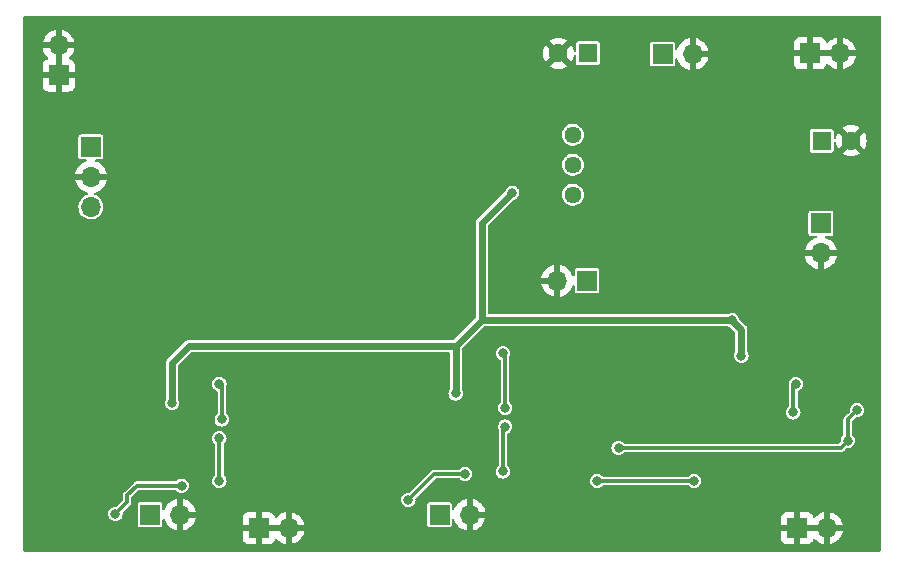
<source format=gbr>
%TF.GenerationSoftware,KiCad,Pcbnew,(6.0.10)*%
%TF.CreationDate,2023-01-04T10:23:57-08:00*%
%TF.ProjectId,audioFilters,61756469-6f46-4696-9c74-6572732e6b69,rev?*%
%TF.SameCoordinates,PX6422c40PY7459280*%
%TF.FileFunction,Copper,L2,Bot*%
%TF.FilePolarity,Positive*%
%FSLAX46Y46*%
G04 Gerber Fmt 4.6, Leading zero omitted, Abs format (unit mm)*
G04 Created by KiCad (PCBNEW (6.0.10)) date 2023-01-04 10:23:57*
%MOMM*%
%LPD*%
G01*
G04 APERTURE LIST*
%TA.AperFunction,ComponentPad*%
%ADD10R,1.700000X1.700000*%
%TD*%
%TA.AperFunction,ComponentPad*%
%ADD11O,1.700000X1.700000*%
%TD*%
%TA.AperFunction,ComponentPad*%
%ADD12R,1.600000X1.600000*%
%TD*%
%TA.AperFunction,ComponentPad*%
%ADD13C,1.600000*%
%TD*%
%TA.AperFunction,ComponentPad*%
%ADD14C,1.440000*%
%TD*%
%TA.AperFunction,ViaPad*%
%ADD15C,0.800000*%
%TD*%
%TA.AperFunction,Conductor*%
%ADD16C,0.609600*%
%TD*%
%TA.AperFunction,Conductor*%
%ADD17C,0.304800*%
%TD*%
G04 APERTURE END LIST*
D10*
%TO.P,J4,1,Pin_1*%
%TO.N,NARROW*%
X35440000Y3340000D03*
D11*
%TO.P,J4,2,Pin_2*%
%TO.N,GND*%
X37980000Y3340000D03*
%TD*%
D10*
%TO.P,J8,1,Pin_1*%
%TO.N,GND*%
X65725000Y2200000D03*
D11*
%TO.P,J8,2,Pin_2*%
X68265000Y2200000D03*
%TD*%
D10*
%TO.P,J2,1,Pin_1*%
%TO.N,Net-(J2-Pad1)*%
X5925000Y34480000D03*
D11*
%TO.P,J2,2,Pin_2*%
%TO.N,GND*%
X5925000Y31940000D03*
%TO.P,J2,3,Pin_3*%
%TO.N,Net-(J2-Pad3)*%
X5925000Y29400000D03*
%TD*%
D10*
%TO.P,J10,1,Pin_1*%
%TO.N,GND*%
X20125000Y2200000D03*
D11*
%TO.P,J10,2,Pin_2*%
X22665000Y2200000D03*
%TD*%
D10*
%TO.P,J6,1,Pin_1*%
%TO.N,allPass_out*%
X47925000Y23140000D03*
D11*
%TO.P,J6,2,Pin_2*%
%TO.N,GND*%
X45385000Y23140000D03*
%TD*%
D10*
%TO.P,J5,1,Pin_1*%
%TO.N,WIDE*%
X10925000Y3340000D03*
D11*
%TO.P,J5,2,Pin_2*%
%TO.N,GND*%
X13465000Y3340000D03*
%TD*%
D10*
%TO.P,J9,1,Pin_1*%
%TO.N,GND*%
X66800000Y42400000D03*
D11*
%TO.P,J9,2,Pin_2*%
X69340000Y42400000D03*
%TD*%
D10*
%TO.P,J7,1,Pin_1*%
%TO.N,GND*%
X3200000Y40525000D03*
D11*
%TO.P,J7,2,Pin_2*%
X3200000Y43065000D03*
%TD*%
D12*
%TO.P,C9,1*%
%TO.N,Net-(C8-Pad1)*%
X67794888Y35000000D03*
D13*
%TO.P,C9,2*%
%TO.N,GND*%
X70294888Y35000000D03*
%TD*%
D10*
%TO.P,J1,1,Pin_1*%
%TO.N,VCC5*%
X54325000Y42340000D03*
D11*
%TO.P,J1,2,Pin_2*%
%TO.N,GND*%
X56865000Y42340000D03*
%TD*%
D14*
%TO.P,RV1,1,1*%
%TO.N,Net-(R22-Pad2)*%
X46725000Y35490000D03*
%TO.P,RV1,2,2*%
%TO.N,Net-(RV1-Pad2)*%
X46725000Y32950000D03*
%TO.P,RV1,3,3*%
%TO.N,Net-(R23-Pad2)*%
X46725000Y30410000D03*
%TD*%
D12*
%TO.P,C1,1*%
%TO.N,VCC5*%
X48005112Y42400000D03*
D13*
%TO.P,C1,2*%
%TO.N,GND*%
X45505112Y42400000D03*
%TD*%
D10*
%TO.P,J3,1,Pin_1*%
%TO.N,VBIAS*%
X67725000Y28015000D03*
D11*
%TO.P,J3,2,Pin_2*%
%TO.N,GND*%
X67725000Y25475000D03*
%TD*%
D15*
%TO.N,VCC5*%
X36800000Y13600000D03*
X41600000Y30600000D03*
X12800000Y12800000D03*
X61000000Y16800000D03*
X60200000Y19800000D03*
%TO.N,GND*%
X21400000Y29200000D03*
X30800000Y33600000D03*
X9000000Y18000000D03*
X24400000Y19000000D03*
X65000000Y30200000D03*
X7600000Y41600000D03*
X45400000Y12400000D03*
X27400000Y11000000D03*
X27400000Y13000000D03*
X12800000Y22400000D03*
X58400000Y24400000D03*
X41000000Y32400000D03*
X23400000Y34200000D03*
X29000000Y24000000D03*
X61200000Y11400000D03*
X48200000Y2000000D03*
X33800000Y19200000D03*
X51800000Y36000000D03*
X44200000Y4000000D03*
X10800000Y27000000D03*
X65200000Y6400000D03*
X21200000Y33600000D03*
X21600000Y12000000D03*
X24600000Y14800000D03*
X31600000Y42600000D03*
X12200000Y42800000D03*
X37200000Y11200000D03*
X32800000Y34200000D03*
X51400000Y11200000D03*
X70600000Y3800000D03*
X60000000Y32000000D03*
X1600000Y21000000D03*
X58800000Y2200000D03*
X64000000Y22800000D03*
X11000000Y38000000D03*
X13800000Y34000000D03*
X3200000Y11600000D03*
X30400000Y29000000D03*
X20000000Y24200000D03*
X27400000Y8800000D03*
X12800000Y10000000D03*
X62800000Y36800000D03*
X63200000Y39400000D03*
X22200000Y42600000D03*
X3000000Y9600000D03*
%TO.N,Net-(C28-Pad2)*%
X41000000Y12400000D03*
X40800000Y17000000D03*
%TO.N,Net-(C29-Pad2)*%
X16800000Y14400000D03*
X17000000Y11400000D03*
%TO.N,Net-(C30-Pad1)*%
X65400000Y12000000D03*
X65600000Y14400000D03*
%TO.N,Net-(C32-Pad1)*%
X40800000Y7000000D03*
X41000000Y10800000D03*
%TO.N,Net-(C33-Pad1)*%
X16800000Y9800000D03*
X16800000Y6200000D03*
%TO.N,Net-(C34-Pad2)*%
X37600000Y6800000D03*
X32800000Y4600000D03*
%TO.N,Net-(C35-Pad2)*%
X8000000Y3400000D03*
X13600000Y5800000D03*
%TO.N,VBIAS*%
X70800000Y12200000D03*
X70000000Y9600000D03*
X50600000Y9000000D03*
%TO.N,Net-(R24-Pad1)*%
X57000000Y6200000D03*
X48800000Y6200000D03*
%TD*%
D16*
%TO.N,VCC5*%
X61000000Y16800000D02*
X61000000Y19000000D01*
X37000000Y17800000D02*
X36800000Y17600000D01*
X12800000Y16200000D02*
X14200000Y17600000D01*
X36800000Y17600000D02*
X36800000Y13600000D01*
X12800000Y12800000D02*
X12800000Y16200000D01*
X60200000Y19800000D02*
X39000000Y19800000D01*
X61000000Y19000000D02*
X60200000Y19800000D01*
X14200000Y17600000D02*
X36800000Y17600000D01*
X39000000Y19800000D02*
X37000000Y17800000D01*
X39000000Y28000000D02*
X41600000Y30600000D01*
X39000000Y19800000D02*
X39000000Y28000000D01*
D17*
%TO.N,Net-(C28-Pad2)*%
X41000000Y12400000D02*
X41000000Y16800000D01*
X41000000Y16800000D02*
X40800000Y17000000D01*
%TO.N,Net-(C29-Pad2)*%
X17000000Y11400000D02*
X17000000Y14200000D01*
X17000000Y14200000D02*
X16800000Y14400000D01*
%TO.N,Net-(C30-Pad1)*%
X65400000Y12000000D02*
X65400000Y14200000D01*
X65400000Y14200000D02*
X65600000Y14400000D01*
%TO.N,Net-(C32-Pad1)*%
X40800000Y7000000D02*
X40800000Y10600000D01*
X40800000Y10600000D02*
X41000000Y10800000D01*
%TO.N,Net-(C33-Pad1)*%
X16800000Y6200000D02*
X16800000Y9800000D01*
%TO.N,Net-(C34-Pad2)*%
X32800000Y4600000D02*
X35000000Y6800000D01*
X35000000Y6800000D02*
X37600000Y6800000D01*
%TO.N,Net-(C35-Pad2)*%
X9000000Y4400000D02*
X9000000Y5000000D01*
X9800000Y5800000D02*
X13600000Y5800000D01*
X9000000Y5000000D02*
X9800000Y5800000D01*
X8000000Y3400000D02*
X9000000Y4400000D01*
%TO.N,VBIAS*%
X70800000Y12200000D02*
X70000000Y11400000D01*
X70000000Y11400000D02*
X70000000Y9600000D01*
X69400000Y9000000D02*
X50600000Y9000000D01*
X70000000Y9600000D02*
X69400000Y9000000D01*
%TO.N,Net-(R24-Pad1)*%
X57000000Y6200000D02*
X48800000Y6200000D01*
%TD*%
%TA.AperFunction,Conductor*%
%TO.N,GND*%
G36*
X72754831Y45577087D02*
G01*
X72791376Y45526787D01*
X72796300Y45495700D01*
X72796300Y304300D01*
X72777087Y245169D01*
X72726787Y208624D01*
X72695700Y203700D01*
X304300Y203700D01*
X245169Y222913D01*
X208624Y273213D01*
X203700Y304300D01*
X203700Y1304633D01*
X18767001Y1304633D01*
X18767295Y1299209D01*
X18773067Y1246061D01*
X18775962Y1233888D01*
X18822311Y1110251D01*
X18829128Y1097801D01*
X18907798Y992831D01*
X18917831Y982798D01*
X19022801Y904128D01*
X19035251Y897311D01*
X19158886Y850962D01*
X19171062Y848067D01*
X19224209Y842294D01*
X19229632Y842000D01*
X19855067Y842000D01*
X19867957Y846188D01*
X19871000Y850377D01*
X19871000Y857934D01*
X20379000Y857934D01*
X20383188Y845044D01*
X20387377Y842001D01*
X21020367Y842001D01*
X21025791Y842295D01*
X21078939Y848067D01*
X21091112Y850962D01*
X21214749Y897311D01*
X21227199Y904128D01*
X21332169Y982798D01*
X21342202Y992831D01*
X21420872Y1097801D01*
X21427689Y1110251D01*
X21474038Y1233886D01*
X21478393Y1252202D01*
X21481402Y1251486D01*
X21502017Y1296872D01*
X21556093Y1327555D01*
X21617876Y1320594D01*
X21652311Y1294867D01*
X21708900Y1229539D01*
X21714775Y1223786D01*
X21880234Y1086419D01*
X21886984Y1081693D01*
X22072652Y973197D01*
X22080075Y969641D01*
X22280969Y892927D01*
X22288887Y890627D01*
X22395386Y868960D01*
X22408811Y870489D01*
X22411000Y878803D01*
X22411000Y879301D01*
X22919000Y879301D01*
X22923188Y866411D01*
X22924741Y865283D01*
X22930061Y864785D01*
X22944224Y866599D01*
X22952261Y868308D01*
X23158242Y930105D01*
X23165917Y933113D01*
X23359022Y1027715D01*
X23366105Y1031937D01*
X23541168Y1156808D01*
X23547463Y1162127D01*
X23690467Y1304633D01*
X64367001Y1304633D01*
X64367295Y1299209D01*
X64373067Y1246061D01*
X64375962Y1233888D01*
X64422311Y1110251D01*
X64429128Y1097801D01*
X64507798Y992831D01*
X64517831Y982798D01*
X64622801Y904128D01*
X64635251Y897311D01*
X64758886Y850962D01*
X64771062Y848067D01*
X64824209Y842294D01*
X64829632Y842000D01*
X65455067Y842000D01*
X65467957Y846188D01*
X65471000Y850377D01*
X65471000Y857934D01*
X65979000Y857934D01*
X65983188Y845044D01*
X65987377Y842001D01*
X66620367Y842001D01*
X66625791Y842295D01*
X66678939Y848067D01*
X66691112Y850962D01*
X66814749Y897311D01*
X66827199Y904128D01*
X66932169Y982798D01*
X66942202Y992831D01*
X67020872Y1097801D01*
X67027689Y1110251D01*
X67074038Y1233886D01*
X67078393Y1252202D01*
X67081402Y1251486D01*
X67102017Y1296872D01*
X67156093Y1327555D01*
X67217876Y1320594D01*
X67252311Y1294867D01*
X67308900Y1229539D01*
X67314775Y1223786D01*
X67480234Y1086419D01*
X67486984Y1081693D01*
X67672652Y973197D01*
X67680075Y969641D01*
X67880969Y892927D01*
X67888887Y890627D01*
X67995386Y868960D01*
X68008811Y870489D01*
X68011000Y878803D01*
X68011000Y879301D01*
X68519000Y879301D01*
X68523188Y866411D01*
X68524741Y865283D01*
X68530061Y864785D01*
X68544224Y866599D01*
X68552261Y868308D01*
X68758242Y930105D01*
X68765917Y933113D01*
X68959022Y1027715D01*
X68966105Y1031937D01*
X69141168Y1156808D01*
X69147463Y1162127D01*
X69299794Y1313928D01*
X69305118Y1320184D01*
X69430615Y1494832D01*
X69434851Y1501882D01*
X69530134Y1694671D01*
X69533165Y1702325D01*
X69595680Y1908086D01*
X69597419Y1916132D01*
X69599271Y1930201D01*
X69596801Y1943530D01*
X69595478Y1944786D01*
X69590112Y1946000D01*
X68534933Y1946000D01*
X68522043Y1941812D01*
X68519000Y1937623D01*
X68519000Y879301D01*
X68011000Y879301D01*
X68011000Y1930067D01*
X68006812Y1942957D01*
X68002623Y1946000D01*
X65994933Y1946000D01*
X65982043Y1941812D01*
X65979000Y1937623D01*
X65979000Y857934D01*
X65471000Y857934D01*
X65471000Y1930067D01*
X65466812Y1942957D01*
X65462623Y1946000D01*
X64382934Y1946000D01*
X64370044Y1941812D01*
X64367001Y1937623D01*
X64367001Y1304633D01*
X23690467Y1304633D01*
X23699794Y1313928D01*
X23705118Y1320184D01*
X23830615Y1494832D01*
X23834851Y1501882D01*
X23930134Y1694671D01*
X23933165Y1702325D01*
X23995680Y1908086D01*
X23997419Y1916132D01*
X23999271Y1930201D01*
X23996801Y1943530D01*
X23995478Y1944786D01*
X23990112Y1946000D01*
X22934933Y1946000D01*
X22922043Y1941812D01*
X22919000Y1937623D01*
X22919000Y879301D01*
X22411000Y879301D01*
X22411000Y1930067D01*
X22406812Y1942957D01*
X22402623Y1946000D01*
X20394933Y1946000D01*
X20382043Y1941812D01*
X20379000Y1937623D01*
X20379000Y857934D01*
X19871000Y857934D01*
X19871000Y1930067D01*
X19866812Y1942957D01*
X19862623Y1946000D01*
X18782934Y1946000D01*
X18770044Y1941812D01*
X18767001Y1937623D01*
X18767001Y1304633D01*
X203700Y1304633D01*
X203700Y2469936D01*
X9871300Y2469936D01*
X9883119Y2410520D01*
X9928140Y2343140D01*
X9995520Y2298119D01*
X10054936Y2286300D01*
X11795064Y2286300D01*
X11854480Y2298119D01*
X11921860Y2343140D01*
X11966881Y2410520D01*
X11978700Y2469936D01*
X11978700Y2875434D01*
X11997913Y2934565D01*
X12048213Y2971110D01*
X12110387Y2971110D01*
X12160687Y2934565D01*
X12172509Y2913282D01*
X12247163Y2729431D01*
X12250868Y2722094D01*
X12363236Y2538726D01*
X12368093Y2532091D01*
X12508900Y2369539D01*
X12514775Y2363786D01*
X12680234Y2226419D01*
X12686984Y2221693D01*
X12872652Y2113197D01*
X12880075Y2109641D01*
X13080969Y2032927D01*
X13088887Y2030627D01*
X13195386Y2008960D01*
X13208811Y2010489D01*
X13211000Y2018803D01*
X13211000Y2019301D01*
X13719000Y2019301D01*
X13723188Y2006411D01*
X13724741Y2005283D01*
X13730061Y2004785D01*
X13744224Y2006599D01*
X13752261Y2008308D01*
X13958242Y2070105D01*
X13965917Y2073113D01*
X14159022Y2167715D01*
X14166105Y2171937D01*
X14341168Y2296808D01*
X14347463Y2302127D01*
X14499794Y2453928D01*
X14505118Y2460184D01*
X14512123Y2469933D01*
X18767000Y2469933D01*
X18771188Y2457043D01*
X18775377Y2454000D01*
X19855067Y2454000D01*
X19867957Y2458188D01*
X19871000Y2462377D01*
X19871000Y2469933D01*
X20379000Y2469933D01*
X20383188Y2457043D01*
X20387377Y2454000D01*
X22395067Y2454000D01*
X22407957Y2458188D01*
X22411000Y2462377D01*
X22411000Y2469933D01*
X22919000Y2469933D01*
X22923188Y2457043D01*
X22927377Y2454000D01*
X23985526Y2454000D01*
X23997669Y2457946D01*
X23998003Y2467757D01*
X23997456Y2469936D01*
X34386300Y2469936D01*
X34398119Y2410520D01*
X34443140Y2343140D01*
X34510520Y2298119D01*
X34569936Y2286300D01*
X36310064Y2286300D01*
X36369480Y2298119D01*
X36436860Y2343140D01*
X36481881Y2410520D01*
X36493700Y2469936D01*
X36493700Y2875434D01*
X36512913Y2934565D01*
X36563213Y2971110D01*
X36625387Y2971110D01*
X36675687Y2934565D01*
X36687509Y2913282D01*
X36762163Y2729431D01*
X36765868Y2722094D01*
X36878236Y2538726D01*
X36883093Y2532091D01*
X37023900Y2369539D01*
X37029775Y2363786D01*
X37195234Y2226419D01*
X37201984Y2221693D01*
X37387652Y2113197D01*
X37395075Y2109641D01*
X37595969Y2032927D01*
X37603887Y2030627D01*
X37710386Y2008960D01*
X37723811Y2010489D01*
X37726000Y2018803D01*
X37726000Y2019301D01*
X38234000Y2019301D01*
X38238188Y2006411D01*
X38239741Y2005283D01*
X38245061Y2004785D01*
X38259224Y2006599D01*
X38267261Y2008308D01*
X38473242Y2070105D01*
X38480917Y2073113D01*
X38674022Y2167715D01*
X38681105Y2171937D01*
X38856168Y2296808D01*
X38862463Y2302127D01*
X39014794Y2453928D01*
X39020118Y2460184D01*
X39027123Y2469933D01*
X64367000Y2469933D01*
X64371188Y2457043D01*
X64375377Y2454000D01*
X65455067Y2454000D01*
X65467957Y2458188D01*
X65471000Y2462377D01*
X65471000Y2469933D01*
X65979000Y2469933D01*
X65983188Y2457043D01*
X65987377Y2454000D01*
X67995067Y2454000D01*
X68007957Y2458188D01*
X68011000Y2462377D01*
X68011000Y2469933D01*
X68519000Y2469933D01*
X68523188Y2457043D01*
X68527377Y2454000D01*
X69585526Y2454000D01*
X69597669Y2457946D01*
X69598003Y2467757D01*
X69555960Y2635138D01*
X69553310Y2642920D01*
X69467559Y2840135D01*
X69463669Y2847390D01*
X69346860Y3027949D01*
X69341838Y3034472D01*
X69197103Y3193532D01*
X69191094Y3199136D01*
X69022314Y3332430D01*
X69015472Y3336975D01*
X68827196Y3440910D01*
X68819693Y3444281D01*
X68616974Y3516068D01*
X68609019Y3518170D01*
X68534685Y3531411D01*
X68521261Y3529548D01*
X68520835Y3529138D01*
X68519000Y3521807D01*
X68519000Y2469933D01*
X68011000Y2469933D01*
X68011000Y3519080D01*
X68006812Y3531970D01*
X68005795Y3532708D01*
X67999360Y3533232D01*
X67953294Y3526182D01*
X67945281Y3524273D01*
X67740878Y3457465D01*
X67733283Y3454272D01*
X67542533Y3354974D01*
X67535574Y3350592D01*
X67363601Y3221470D01*
X67357448Y3216008D01*
X67248814Y3102328D01*
X67194071Y3072852D01*
X67132457Y3081183D01*
X67087507Y3124137D01*
X67078212Y3148559D01*
X67074038Y3166112D01*
X67027689Y3289749D01*
X67020872Y3302199D01*
X66942202Y3407169D01*
X66932169Y3417202D01*
X66827199Y3495872D01*
X66814749Y3502689D01*
X66691114Y3549038D01*
X66678938Y3551933D01*
X66625791Y3557706D01*
X66620368Y3558000D01*
X65994933Y3558000D01*
X65982043Y3553812D01*
X65979000Y3549623D01*
X65979000Y2469933D01*
X65471000Y2469933D01*
X65471000Y3542066D01*
X65466812Y3554956D01*
X65462623Y3557999D01*
X64829633Y3557999D01*
X64824209Y3557705D01*
X64771061Y3551933D01*
X64758888Y3549038D01*
X64635251Y3502689D01*
X64622801Y3495872D01*
X64517831Y3417202D01*
X64507798Y3407169D01*
X64429128Y3302199D01*
X64422311Y3289749D01*
X64375962Y3166114D01*
X64373067Y3153938D01*
X64367294Y3100791D01*
X64367000Y3095368D01*
X64367000Y2469933D01*
X39027123Y2469933D01*
X39145615Y2634832D01*
X39149851Y2641882D01*
X39245134Y2834671D01*
X39248165Y2842325D01*
X39310680Y3048086D01*
X39312419Y3056132D01*
X39314271Y3070201D01*
X39311801Y3083530D01*
X39310478Y3084786D01*
X39305112Y3086000D01*
X38249933Y3086000D01*
X38237043Y3081812D01*
X38234000Y3077623D01*
X38234000Y2019301D01*
X37726000Y2019301D01*
X37726000Y3609933D01*
X38234000Y3609933D01*
X38238188Y3597043D01*
X38242377Y3594000D01*
X39300526Y3594000D01*
X39312669Y3597946D01*
X39313003Y3607757D01*
X39270960Y3775138D01*
X39268310Y3782920D01*
X39182559Y3980135D01*
X39178669Y3987390D01*
X39061860Y4167949D01*
X39056838Y4174472D01*
X38912103Y4333532D01*
X38906094Y4339136D01*
X38737314Y4472430D01*
X38730472Y4476975D01*
X38542196Y4580910D01*
X38534693Y4584281D01*
X38331974Y4656068D01*
X38324019Y4658170D01*
X38249685Y4671411D01*
X38236261Y4669548D01*
X38235835Y4669138D01*
X38234000Y4661807D01*
X38234000Y3609933D01*
X37726000Y3609933D01*
X37726000Y4659080D01*
X37721812Y4671970D01*
X37720795Y4672708D01*
X37714360Y4673232D01*
X37668294Y4666182D01*
X37660281Y4664273D01*
X37455878Y4597465D01*
X37448283Y4594272D01*
X37257533Y4494974D01*
X37250574Y4490592D01*
X37078601Y4361470D01*
X37072448Y4356008D01*
X36923869Y4200529D01*
X36918691Y4194134D01*
X36797508Y4016486D01*
X36793440Y4009327D01*
X36702899Y3814270D01*
X36700054Y3806537D01*
X36691241Y3774759D01*
X36656925Y3722913D01*
X36598688Y3701139D01*
X36538775Y3717754D01*
X36500071Y3766412D01*
X36493700Y3801643D01*
X36493700Y4210064D01*
X36481881Y4269480D01*
X36436860Y4336860D01*
X36369480Y4381881D01*
X36310064Y4393700D01*
X34569936Y4393700D01*
X34510520Y4381881D01*
X34443140Y4336860D01*
X34398119Y4269480D01*
X34386300Y4210064D01*
X34386300Y2469936D01*
X23997456Y2469936D01*
X23955960Y2635138D01*
X23953310Y2642920D01*
X23867559Y2840135D01*
X23863669Y2847390D01*
X23746860Y3027949D01*
X23741838Y3034472D01*
X23597103Y3193532D01*
X23591094Y3199136D01*
X23422314Y3332430D01*
X23415472Y3336975D01*
X23227196Y3440910D01*
X23219693Y3444281D01*
X23016974Y3516068D01*
X23009019Y3518170D01*
X22934685Y3531411D01*
X22921261Y3529548D01*
X22920835Y3529138D01*
X22919000Y3521807D01*
X22919000Y2469933D01*
X22411000Y2469933D01*
X22411000Y3519080D01*
X22406812Y3531970D01*
X22405795Y3532708D01*
X22399360Y3533232D01*
X22353294Y3526182D01*
X22345281Y3524273D01*
X22140878Y3457465D01*
X22133283Y3454272D01*
X21942533Y3354974D01*
X21935574Y3350592D01*
X21763601Y3221470D01*
X21757448Y3216008D01*
X21648814Y3102328D01*
X21594071Y3072852D01*
X21532457Y3081183D01*
X21487507Y3124137D01*
X21478212Y3148559D01*
X21474038Y3166112D01*
X21427689Y3289749D01*
X21420872Y3302199D01*
X21342202Y3407169D01*
X21332169Y3417202D01*
X21227199Y3495872D01*
X21214749Y3502689D01*
X21091114Y3549038D01*
X21078938Y3551933D01*
X21025791Y3557706D01*
X21020368Y3558000D01*
X20394933Y3558000D01*
X20382043Y3553812D01*
X20379000Y3549623D01*
X20379000Y2469933D01*
X19871000Y2469933D01*
X19871000Y3542066D01*
X19866812Y3554956D01*
X19862623Y3557999D01*
X19229633Y3557999D01*
X19224209Y3557705D01*
X19171061Y3551933D01*
X19158888Y3549038D01*
X19035251Y3502689D01*
X19022801Y3495872D01*
X18917831Y3417202D01*
X18907798Y3407169D01*
X18829128Y3302199D01*
X18822311Y3289749D01*
X18775962Y3166114D01*
X18773067Y3153938D01*
X18767294Y3100791D01*
X18767000Y3095368D01*
X18767000Y2469933D01*
X14512123Y2469933D01*
X14630615Y2634832D01*
X14634851Y2641882D01*
X14730134Y2834671D01*
X14733165Y2842325D01*
X14795680Y3048086D01*
X14797419Y3056132D01*
X14799271Y3070201D01*
X14796801Y3083530D01*
X14795478Y3084786D01*
X14790112Y3086000D01*
X13734933Y3086000D01*
X13722043Y3081812D01*
X13719000Y3077623D01*
X13719000Y2019301D01*
X13211000Y2019301D01*
X13211000Y3609933D01*
X13719000Y3609933D01*
X13723188Y3597043D01*
X13727377Y3594000D01*
X14785526Y3594000D01*
X14797669Y3597946D01*
X14798003Y3607757D01*
X14755960Y3775138D01*
X14753310Y3782920D01*
X14667559Y3980135D01*
X14663669Y3987390D01*
X14546860Y4167949D01*
X14541838Y4174472D01*
X14397103Y4333532D01*
X14391094Y4339136D01*
X14222314Y4472430D01*
X14215472Y4476975D01*
X14027196Y4580910D01*
X14019693Y4584281D01*
X13975304Y4600000D01*
X32191091Y4600000D01*
X32191952Y4593460D01*
X32207288Y4476975D01*
X32211839Y4442403D01*
X32232412Y4392735D01*
X32257587Y4331958D01*
X32272669Y4295546D01*
X32369436Y4169436D01*
X32495545Y4072669D01*
X32642403Y4011839D01*
X32648939Y4010979D01*
X32648941Y4010978D01*
X32793460Y3991952D01*
X32800000Y3991091D01*
X32806540Y3991952D01*
X32951059Y4010978D01*
X32951061Y4010979D01*
X32957597Y4011839D01*
X33104455Y4072669D01*
X33230564Y4169436D01*
X33327331Y4295546D01*
X33342414Y4331958D01*
X33367588Y4392735D01*
X33388161Y4442403D01*
X33392713Y4476975D01*
X33408048Y4593460D01*
X33408909Y4600000D01*
X33403133Y4643871D01*
X33414463Y4705002D01*
X33431737Y4728136D01*
X35118037Y6414435D01*
X35173435Y6442661D01*
X35189172Y6443900D01*
X37062688Y6443900D01*
X37121819Y6424687D01*
X37142499Y6404541D01*
X37169436Y6369436D01*
X37295545Y6272669D01*
X37442403Y6211839D01*
X37448939Y6210979D01*
X37448941Y6210978D01*
X37593460Y6191952D01*
X37600000Y6191091D01*
X37606540Y6191952D01*
X37667672Y6200000D01*
X48191091Y6200000D01*
X48191952Y6193460D01*
X48204866Y6095372D01*
X48211839Y6042403D01*
X48272669Y5895546D01*
X48369436Y5769436D01*
X48495545Y5672669D01*
X48642403Y5611839D01*
X48648939Y5610979D01*
X48648941Y5610978D01*
X48793460Y5591952D01*
X48800000Y5591091D01*
X48806540Y5591952D01*
X48951059Y5610978D01*
X48951061Y5610979D01*
X48957597Y5611839D01*
X49104455Y5672669D01*
X49230564Y5769436D01*
X49248998Y5793460D01*
X49257501Y5804541D01*
X49308740Y5839757D01*
X49337312Y5843900D01*
X56462688Y5843900D01*
X56521819Y5824687D01*
X56542499Y5804541D01*
X56551002Y5793460D01*
X56569436Y5769436D01*
X56695545Y5672669D01*
X56842403Y5611839D01*
X56848939Y5610979D01*
X56848941Y5610978D01*
X56993460Y5591952D01*
X57000000Y5591091D01*
X57006540Y5591952D01*
X57151059Y5610978D01*
X57151061Y5610979D01*
X57157597Y5611839D01*
X57304455Y5672669D01*
X57430564Y5769436D01*
X57527331Y5895546D01*
X57588161Y6042403D01*
X57595135Y6095372D01*
X57608048Y6193460D01*
X57608909Y6200000D01*
X57604357Y6234578D01*
X57589022Y6351059D01*
X57589021Y6351061D01*
X57588161Y6357597D01*
X57540497Y6472669D01*
X57529854Y6498364D01*
X57529852Y6498367D01*
X57527331Y6504454D01*
X57430564Y6630564D01*
X57304455Y6727331D01*
X57157597Y6788161D01*
X57151061Y6789021D01*
X57151059Y6789022D01*
X57006540Y6808048D01*
X57000000Y6808909D01*
X56993460Y6808048D01*
X56848941Y6789022D01*
X56848939Y6789021D01*
X56842403Y6788161D01*
X56758112Y6753247D01*
X56701636Y6729854D01*
X56701633Y6729852D01*
X56695546Y6727331D01*
X56643900Y6687702D01*
X56593386Y6648941D01*
X56569436Y6630564D01*
X56565420Y6625330D01*
X56542499Y6595459D01*
X56491260Y6560243D01*
X56462688Y6556100D01*
X49337312Y6556100D01*
X49278181Y6575313D01*
X49257501Y6595459D01*
X49234581Y6625329D01*
X49234580Y6625330D01*
X49230564Y6630564D01*
X49104455Y6727331D01*
X48957597Y6788161D01*
X48951061Y6789021D01*
X48951059Y6789022D01*
X48806540Y6808048D01*
X48800000Y6808909D01*
X48793460Y6808048D01*
X48648941Y6789022D01*
X48648939Y6789021D01*
X48642403Y6788161D01*
X48558112Y6753247D01*
X48501636Y6729854D01*
X48501633Y6729852D01*
X48495546Y6727331D01*
X48369436Y6630564D01*
X48272669Y6504454D01*
X48270148Y6498367D01*
X48270146Y6498364D01*
X48259503Y6472669D01*
X48211839Y6357597D01*
X48210979Y6351061D01*
X48210978Y6351059D01*
X48195643Y6234578D01*
X48191091Y6200000D01*
X37667672Y6200000D01*
X37751059Y6210978D01*
X37751061Y6210979D01*
X37757597Y6211839D01*
X37904455Y6272669D01*
X38030564Y6369436D01*
X38127331Y6495546D01*
X38133187Y6509682D01*
X38168716Y6595459D01*
X38188161Y6642403D01*
X38195158Y6695546D01*
X38208048Y6793460D01*
X38208909Y6800000D01*
X38188161Y6957597D01*
X38170597Y7000000D01*
X40191091Y7000000D01*
X40211839Y6842403D01*
X40226694Y6806540D01*
X40267204Y6708740D01*
X40272669Y6695546D01*
X40369436Y6569436D01*
X40495545Y6472669D01*
X40642403Y6411839D01*
X40648939Y6410979D01*
X40648941Y6410978D01*
X40793460Y6391952D01*
X40800000Y6391091D01*
X40806540Y6391952D01*
X40951059Y6410978D01*
X40951061Y6410979D01*
X40957597Y6411839D01*
X41104455Y6472669D01*
X41230564Y6569436D01*
X41327331Y6695546D01*
X41332797Y6708740D01*
X41373306Y6806540D01*
X41388161Y6842403D01*
X41408909Y7000000D01*
X41398488Y7079158D01*
X41389022Y7151059D01*
X41389021Y7151061D01*
X41388161Y7157597D01*
X41327331Y7304454D01*
X41230564Y7430564D01*
X41195459Y7457501D01*
X41160243Y7508740D01*
X41156100Y7537312D01*
X41156100Y9000000D01*
X49991091Y9000000D01*
X50011839Y8842403D01*
X50046753Y8758112D01*
X50067511Y8707999D01*
X50072669Y8695546D01*
X50169436Y8569436D01*
X50295545Y8472669D01*
X50442403Y8411839D01*
X50448939Y8410979D01*
X50448941Y8410978D01*
X50593460Y8391952D01*
X50600000Y8391091D01*
X50606540Y8391952D01*
X50751059Y8410978D01*
X50751061Y8410979D01*
X50757597Y8411839D01*
X50904455Y8472669D01*
X51030564Y8569436D01*
X51057501Y8604541D01*
X51108740Y8639757D01*
X51137312Y8643900D01*
X69351275Y8643900D01*
X69372450Y8641646D01*
X69382993Y8639376D01*
X69391248Y8640353D01*
X69415327Y8643203D01*
X69421298Y8643555D01*
X69421298Y8643558D01*
X69425437Y8643900D01*
X69429584Y8643900D01*
X69433672Y8644580D01*
X69433679Y8644581D01*
X69447841Y8646938D01*
X69452531Y8647606D01*
X69492462Y8652332D01*
X69492464Y8652333D01*
X69500722Y8653310D01*
X69507826Y8656721D01*
X69509170Y8657147D01*
X69516942Y8658440D01*
X69559638Y8681478D01*
X69563855Y8683626D01*
X69601885Y8701888D01*
X69601888Y8701890D01*
X69607590Y8704628D01*
X69611600Y8707999D01*
X69613140Y8709539D01*
X69614430Y8710722D01*
X69615482Y8711610D01*
X69621274Y8714735D01*
X69626917Y8720840D01*
X69626920Y8720842D01*
X69655849Y8752138D01*
X69658587Y8754986D01*
X69752542Y8848941D01*
X69871866Y8968264D01*
X69927262Y8996489D01*
X69956127Y8996867D01*
X70000000Y8991091D01*
X70006540Y8991952D01*
X70151059Y9010978D01*
X70151061Y9010979D01*
X70157597Y9011839D01*
X70304455Y9072669D01*
X70430564Y9169436D01*
X70527331Y9295546D01*
X70533187Y9309682D01*
X70568716Y9395459D01*
X70588161Y9442403D01*
X70595086Y9494999D01*
X70608048Y9593460D01*
X70608048Y9593462D01*
X70608909Y9600000D01*
X70588161Y9757597D01*
X70527331Y9904454D01*
X70430564Y10030564D01*
X70395459Y10057501D01*
X70360243Y10108740D01*
X70356100Y10137312D01*
X70356100Y11210829D01*
X70375313Y11269960D01*
X70385565Y11281964D01*
X70517964Y11414363D01*
X70671866Y11568264D01*
X70727262Y11596489D01*
X70756127Y11596867D01*
X70800000Y11591091D01*
X70806540Y11591952D01*
X70951059Y11610978D01*
X70951061Y11610979D01*
X70957597Y11611839D01*
X71104455Y11672669D01*
X71230564Y11769436D01*
X71327331Y11895546D01*
X71332797Y11908740D01*
X71373306Y12006540D01*
X71388161Y12042403D01*
X71395158Y12095546D01*
X71408048Y12193460D01*
X71408048Y12193462D01*
X71408909Y12200000D01*
X71402466Y12248941D01*
X71389022Y12351059D01*
X71389021Y12351061D01*
X71388161Y12357597D01*
X71334270Y12487702D01*
X71329854Y12498364D01*
X71329852Y12498367D01*
X71327331Y12504454D01*
X71230564Y12630564D01*
X71104455Y12727331D01*
X70957597Y12788161D01*
X70951061Y12789021D01*
X70951059Y12789022D01*
X70806540Y12808048D01*
X70800000Y12808909D01*
X70793460Y12808048D01*
X70648941Y12789022D01*
X70648939Y12789021D01*
X70642403Y12788161D01*
X70558112Y12753247D01*
X70501636Y12729854D01*
X70501633Y12729852D01*
X70495546Y12727331D01*
X70369436Y12630564D01*
X70272669Y12504454D01*
X70270148Y12498367D01*
X70270146Y12498364D01*
X70265730Y12487702D01*
X70211839Y12357597D01*
X70210979Y12351061D01*
X70210978Y12351059D01*
X70197534Y12248941D01*
X70191091Y12200000D01*
X70196867Y12156129D01*
X70185537Y12094998D01*
X70168266Y12071868D01*
X69986717Y11890318D01*
X69782651Y11686252D01*
X69766086Y11672875D01*
X69757026Y11667025D01*
X69751877Y11660493D01*
X69736873Y11641461D01*
X69732897Y11636987D01*
X69732899Y11636985D01*
X69730214Y11633816D01*
X69727280Y11630882D01*
X69716486Y11615778D01*
X69713693Y11612057D01*
X69683632Y11573925D01*
X69681022Y11566493D01*
X69680371Y11565240D01*
X69675790Y11558829D01*
X69661877Y11512306D01*
X69660432Y11507862D01*
X69644352Y11462071D01*
X69643900Y11456852D01*
X69643900Y11454685D01*
X69643824Y11452925D01*
X69643708Y11451550D01*
X69641823Y11445248D01*
X69643344Y11406540D01*
X69643822Y11394366D01*
X69643900Y11390417D01*
X69643900Y10137312D01*
X69624687Y10078181D01*
X69604541Y10057501D01*
X69569436Y10030564D01*
X69472669Y9904454D01*
X69411839Y9757597D01*
X69391091Y9600000D01*
X69396867Y9556130D01*
X69385538Y9494999D01*
X69368263Y9471865D01*
X69281963Y9385565D01*
X69226565Y9357339D01*
X69210828Y9356100D01*
X51137312Y9356100D01*
X51078181Y9375313D01*
X51057501Y9395459D01*
X51034581Y9425329D01*
X51030564Y9430564D01*
X50904455Y9527331D01*
X50757597Y9588161D01*
X50751061Y9589021D01*
X50751059Y9589022D01*
X50606540Y9608048D01*
X50600000Y9608909D01*
X50593460Y9608048D01*
X50448941Y9589022D01*
X50448939Y9589021D01*
X50442403Y9588161D01*
X50365078Y9556132D01*
X50301636Y9529854D01*
X50301633Y9529852D01*
X50295546Y9527331D01*
X50169436Y9430564D01*
X50072669Y9304454D01*
X50070148Y9298367D01*
X50070146Y9298364D01*
X50055369Y9262688D01*
X50011839Y9157597D01*
X50010979Y9151061D01*
X50010978Y9151059D01*
X49992982Y9014363D01*
X49991091Y9000000D01*
X41156100Y9000000D01*
X41156100Y10144000D01*
X41175313Y10203131D01*
X41218202Y10236942D01*
X41298359Y10270144D01*
X41304455Y10272669D01*
X41430564Y10369436D01*
X41527331Y10495546D01*
X41588161Y10642403D01*
X41608909Y10800000D01*
X41607018Y10814363D01*
X41589022Y10951059D01*
X41589021Y10951061D01*
X41588161Y10957597D01*
X41553247Y11041888D01*
X41529854Y11098364D01*
X41529852Y11098367D01*
X41527331Y11104454D01*
X41430564Y11230564D01*
X41304455Y11327331D01*
X41157597Y11388161D01*
X41151061Y11389021D01*
X41151059Y11389022D01*
X41006540Y11408048D01*
X41000000Y11408909D01*
X40993460Y11408048D01*
X40848941Y11389022D01*
X40848939Y11389021D01*
X40842403Y11388161D01*
X40758112Y11353247D01*
X40701636Y11329854D01*
X40701633Y11329852D01*
X40695546Y11327331D01*
X40569436Y11230564D01*
X40472669Y11104454D01*
X40470148Y11098367D01*
X40470146Y11098364D01*
X40446753Y11041888D01*
X40411839Y10957597D01*
X40410979Y10951061D01*
X40410978Y10951059D01*
X40392982Y10814363D01*
X40391091Y10800000D01*
X40411839Y10642403D01*
X40435900Y10584316D01*
X40436242Y10583489D01*
X40443900Y10544991D01*
X40443900Y7537312D01*
X40424687Y7478181D01*
X40404541Y7457501D01*
X40369436Y7430564D01*
X40272669Y7304454D01*
X40211839Y7157597D01*
X40210979Y7151061D01*
X40210978Y7151059D01*
X40201512Y7079158D01*
X40191091Y7000000D01*
X38170597Y7000000D01*
X38137809Y7079158D01*
X38129854Y7098364D01*
X38129852Y7098367D01*
X38127331Y7104454D01*
X38030564Y7230564D01*
X37904455Y7327331D01*
X37757597Y7388161D01*
X37751061Y7389021D01*
X37751059Y7389022D01*
X37606540Y7408048D01*
X37600000Y7408909D01*
X37593460Y7408048D01*
X37448941Y7389022D01*
X37448939Y7389021D01*
X37442403Y7388161D01*
X37358112Y7353247D01*
X37301636Y7329854D01*
X37301633Y7329852D01*
X37295546Y7327331D01*
X37169436Y7230564D01*
X37165420Y7225330D01*
X37142499Y7195459D01*
X37091260Y7160243D01*
X37062688Y7156100D01*
X35048725Y7156100D01*
X35027550Y7158354D01*
X35025135Y7158874D01*
X35017007Y7160624D01*
X35008752Y7159647D01*
X34984673Y7156797D01*
X34978702Y7156445D01*
X34978702Y7156442D01*
X34974563Y7156100D01*
X34970416Y7156100D01*
X34966328Y7155420D01*
X34966321Y7155419D01*
X34952159Y7153062D01*
X34947469Y7152394D01*
X34907538Y7147668D01*
X34907536Y7147667D01*
X34899278Y7146690D01*
X34892174Y7143279D01*
X34890830Y7142853D01*
X34883058Y7141560D01*
X34840367Y7118525D01*
X34836145Y7116374D01*
X34798115Y7098112D01*
X34798112Y7098110D01*
X34792410Y7095372D01*
X34788400Y7092001D01*
X34786860Y7090461D01*
X34785570Y7089278D01*
X34784518Y7088390D01*
X34778726Y7085265D01*
X34773083Y7079160D01*
X34773080Y7079158D01*
X34744151Y7047862D01*
X34741413Y7045014D01*
X32928134Y5231736D01*
X32872738Y5203511D01*
X32843873Y5203133D01*
X32800000Y5208909D01*
X32793460Y5208048D01*
X32648941Y5189022D01*
X32648939Y5189021D01*
X32642403Y5188161D01*
X32576483Y5160856D01*
X32501636Y5129854D01*
X32501633Y5129852D01*
X32495546Y5127331D01*
X32369436Y5030564D01*
X32272669Y4904454D01*
X32211839Y4757597D01*
X32191091Y4600000D01*
X13975304Y4600000D01*
X13816974Y4656068D01*
X13809019Y4658170D01*
X13734685Y4671411D01*
X13721261Y4669548D01*
X13720835Y4669138D01*
X13719000Y4661807D01*
X13719000Y3609933D01*
X13211000Y3609933D01*
X13211000Y4659080D01*
X13206812Y4671970D01*
X13205795Y4672708D01*
X13199360Y4673232D01*
X13153294Y4666182D01*
X13145281Y4664273D01*
X12940878Y4597465D01*
X12933283Y4594272D01*
X12742533Y4494974D01*
X12735574Y4490592D01*
X12563601Y4361470D01*
X12557448Y4356008D01*
X12408869Y4200529D01*
X12403691Y4194134D01*
X12282508Y4016486D01*
X12278440Y4009327D01*
X12187899Y3814270D01*
X12185054Y3806537D01*
X12176241Y3774759D01*
X12141925Y3722913D01*
X12083688Y3701139D01*
X12023775Y3717754D01*
X11985071Y3766412D01*
X11978700Y3801643D01*
X11978700Y4210064D01*
X11966881Y4269480D01*
X11921860Y4336860D01*
X11854480Y4381881D01*
X11795064Y4393700D01*
X10054936Y4393700D01*
X9995520Y4381881D01*
X9928140Y4336860D01*
X9883119Y4269480D01*
X9871300Y4210064D01*
X9871300Y2469936D01*
X203700Y2469936D01*
X203700Y3400000D01*
X7391091Y3400000D01*
X7411839Y3242403D01*
X7429761Y3199136D01*
X7469860Y3102328D01*
X7472669Y3095546D01*
X7569436Y2969436D01*
X7695545Y2872669D01*
X7842403Y2811839D01*
X7848939Y2810979D01*
X7848941Y2810978D01*
X7993460Y2791952D01*
X8000000Y2791091D01*
X8006540Y2791952D01*
X8151059Y2810978D01*
X8151061Y2810979D01*
X8157597Y2811839D01*
X8304455Y2872669D01*
X8430564Y2969436D01*
X8527331Y3095546D01*
X8530141Y3102328D01*
X8570239Y3199136D01*
X8588161Y3242403D01*
X8608909Y3400000D01*
X8603133Y3443871D01*
X8614463Y3505002D01*
X8631737Y3528136D01*
X9217346Y4113745D01*
X9233910Y4127123D01*
X9242974Y4132975D01*
X9263131Y4158544D01*
X9267104Y4163015D01*
X9267101Y4163017D01*
X9269780Y4166179D01*
X9272720Y4169119D01*
X9283493Y4184195D01*
X9286326Y4187967D01*
X9311220Y4219544D01*
X9311221Y4219547D01*
X9316368Y4226075D01*
X9318976Y4233502D01*
X9319632Y4234764D01*
X9324210Y4241171D01*
X9338123Y4287694D01*
X9339568Y4292138D01*
X9355648Y4337929D01*
X9356100Y4343148D01*
X9356100Y4345315D01*
X9356176Y4347075D01*
X9356292Y4348450D01*
X9358177Y4354752D01*
X9356178Y4405634D01*
X9356100Y4409583D01*
X9356100Y4810829D01*
X9375313Y4869960D01*
X9385565Y4881964D01*
X9918037Y5414435D01*
X9973435Y5442661D01*
X9989172Y5443900D01*
X13062688Y5443900D01*
X13121819Y5424687D01*
X13142499Y5404541D01*
X13169436Y5369436D01*
X13295545Y5272669D01*
X13442403Y5211839D01*
X13448939Y5210979D01*
X13448941Y5210978D01*
X13593460Y5191952D01*
X13600000Y5191091D01*
X13606540Y5191952D01*
X13751059Y5210978D01*
X13751061Y5210979D01*
X13757597Y5211839D01*
X13904455Y5272669D01*
X14030564Y5369436D01*
X14127331Y5495546D01*
X14188161Y5642403D01*
X14204357Y5765420D01*
X14208048Y5793460D01*
X14208909Y5800000D01*
X14203675Y5839757D01*
X14189022Y5951059D01*
X14189021Y5951061D01*
X14188161Y5957597D01*
X14137809Y6079158D01*
X14129854Y6098364D01*
X14129852Y6098367D01*
X14127331Y6104454D01*
X14054016Y6200000D01*
X16191091Y6200000D01*
X16191952Y6193460D01*
X16204866Y6095372D01*
X16211839Y6042403D01*
X16272669Y5895546D01*
X16369436Y5769436D01*
X16495545Y5672669D01*
X16642403Y5611839D01*
X16648939Y5610979D01*
X16648941Y5610978D01*
X16793460Y5591952D01*
X16800000Y5591091D01*
X16806540Y5591952D01*
X16951059Y5610978D01*
X16951061Y5610979D01*
X16957597Y5611839D01*
X17104455Y5672669D01*
X17230564Y5769436D01*
X17327331Y5895546D01*
X17388161Y6042403D01*
X17395135Y6095372D01*
X17408048Y6193460D01*
X17408909Y6200000D01*
X17404357Y6234578D01*
X17389022Y6351059D01*
X17389021Y6351061D01*
X17388161Y6357597D01*
X17340497Y6472669D01*
X17329854Y6498364D01*
X17329852Y6498367D01*
X17327331Y6504454D01*
X17230564Y6630564D01*
X17195459Y6657501D01*
X17160243Y6708740D01*
X17156100Y6737312D01*
X17156100Y9262688D01*
X17175313Y9321819D01*
X17195459Y9342499D01*
X17225330Y9365420D01*
X17230564Y9369436D01*
X17327331Y9495546D01*
X17332053Y9506944D01*
X17373306Y9606540D01*
X17388161Y9642403D01*
X17408909Y9800000D01*
X17395959Y9898364D01*
X17389022Y9951059D01*
X17389021Y9951061D01*
X17388161Y9957597D01*
X17327331Y10104454D01*
X17230564Y10230564D01*
X17104455Y10327331D01*
X16957597Y10388161D01*
X16951061Y10389021D01*
X16951059Y10389022D01*
X16806540Y10408048D01*
X16800000Y10408909D01*
X16793460Y10408048D01*
X16648941Y10389022D01*
X16648939Y10389021D01*
X16642403Y10388161D01*
X16558112Y10353247D01*
X16501636Y10329854D01*
X16501633Y10329852D01*
X16495546Y10327331D01*
X16369436Y10230564D01*
X16272669Y10104454D01*
X16211839Y9957597D01*
X16210979Y9951061D01*
X16210978Y9951059D01*
X16204041Y9898364D01*
X16191091Y9800000D01*
X16211839Y9642403D01*
X16226694Y9606540D01*
X16267948Y9506944D01*
X16272669Y9495546D01*
X16369436Y9369436D01*
X16374670Y9365420D01*
X16404541Y9342499D01*
X16439757Y9291260D01*
X16443900Y9262688D01*
X16443900Y6737312D01*
X16424687Y6678181D01*
X16404541Y6657501D01*
X16369436Y6630564D01*
X16272669Y6504454D01*
X16270148Y6498367D01*
X16270146Y6498364D01*
X16259503Y6472669D01*
X16211839Y6357597D01*
X16210979Y6351061D01*
X16210978Y6351059D01*
X16195643Y6234578D01*
X16191091Y6200000D01*
X14054016Y6200000D01*
X14030564Y6230564D01*
X13904455Y6327331D01*
X13757597Y6388161D01*
X13751061Y6389021D01*
X13751059Y6389022D01*
X13606540Y6408048D01*
X13600000Y6408909D01*
X13593460Y6408048D01*
X13448941Y6389022D01*
X13448939Y6389021D01*
X13442403Y6388161D01*
X13368615Y6357597D01*
X13301636Y6329854D01*
X13301633Y6329852D01*
X13295546Y6327331D01*
X13169436Y6230564D01*
X13165420Y6225330D01*
X13142499Y6195459D01*
X13091260Y6160243D01*
X13062688Y6156100D01*
X9848725Y6156100D01*
X9827550Y6158354D01*
X9825135Y6158874D01*
X9817007Y6160624D01*
X9808752Y6159647D01*
X9784673Y6156797D01*
X9778702Y6156445D01*
X9778702Y6156442D01*
X9774563Y6156100D01*
X9770416Y6156100D01*
X9766328Y6155420D01*
X9766321Y6155419D01*
X9752159Y6153062D01*
X9747469Y6152394D01*
X9707538Y6147668D01*
X9707536Y6147667D01*
X9699278Y6146690D01*
X9692174Y6143279D01*
X9690830Y6142853D01*
X9683058Y6141560D01*
X9640367Y6118525D01*
X9636145Y6116374D01*
X9598115Y6098112D01*
X9598112Y6098110D01*
X9592410Y6095372D01*
X9588400Y6092001D01*
X9586860Y6090461D01*
X9585570Y6089278D01*
X9584518Y6088390D01*
X9578726Y6085265D01*
X9573083Y6079160D01*
X9573080Y6079158D01*
X9544151Y6047862D01*
X9541413Y6045014D01*
X8782651Y5286252D01*
X8766086Y5272875D01*
X8757026Y5267025D01*
X8751877Y5260493D01*
X8736873Y5241461D01*
X8732897Y5236987D01*
X8732899Y5236985D01*
X8730214Y5233816D01*
X8727280Y5230882D01*
X8716486Y5215778D01*
X8713693Y5212057D01*
X8683632Y5173925D01*
X8681022Y5166493D01*
X8680371Y5165240D01*
X8675790Y5158829D01*
X8661877Y5112306D01*
X8660432Y5107862D01*
X8644352Y5062071D01*
X8643900Y5056852D01*
X8643900Y5054685D01*
X8643824Y5052925D01*
X8643708Y5051550D01*
X8641823Y5045248D01*
X8643763Y4995864D01*
X8643822Y4994366D01*
X8643900Y4990417D01*
X8643900Y4589171D01*
X8624687Y4530040D01*
X8614435Y4518036D01*
X8128134Y4031736D01*
X8072738Y4003511D01*
X8043873Y4003133D01*
X8000000Y4008909D01*
X7993460Y4008048D01*
X7848941Y3989022D01*
X7848939Y3989021D01*
X7842403Y3988161D01*
X7758112Y3953247D01*
X7701636Y3929854D01*
X7701633Y3929852D01*
X7695546Y3927331D01*
X7569436Y3830564D01*
X7472669Y3704454D01*
X7411839Y3557597D01*
X7410979Y3551061D01*
X7410978Y3551059D01*
X7404915Y3505002D01*
X7391091Y3400000D01*
X203700Y3400000D01*
X203700Y12800000D01*
X12191091Y12800000D01*
X12191952Y12793460D01*
X12204472Y12698364D01*
X12211839Y12642403D01*
X12218910Y12625333D01*
X12267204Y12508740D01*
X12272669Y12495546D01*
X12369436Y12369436D01*
X12495545Y12272669D01*
X12642403Y12211839D01*
X12648939Y12210979D01*
X12648941Y12210978D01*
X12793460Y12191952D01*
X12800000Y12191091D01*
X12806540Y12191952D01*
X12951059Y12210978D01*
X12951061Y12210979D01*
X12957597Y12211839D01*
X13104455Y12272669D01*
X13230564Y12369436D01*
X13327331Y12495546D01*
X13332797Y12508740D01*
X13381090Y12625333D01*
X13388161Y12642403D01*
X13395529Y12698364D01*
X13408048Y12793460D01*
X13408909Y12800000D01*
X13404885Y12830564D01*
X13389022Y12951059D01*
X13389021Y12951061D01*
X13388161Y12957597D01*
X13340497Y13072669D01*
X13329855Y13098361D01*
X13329854Y13098362D01*
X13327331Y13104454D01*
X13323316Y13109686D01*
X13321978Y13112004D01*
X13308500Y13162304D01*
X13308500Y14400000D01*
X16191091Y14400000D01*
X16211839Y14242403D01*
X16272669Y14095546D01*
X16369436Y13969436D01*
X16495545Y13872669D01*
X16501641Y13870144D01*
X16581798Y13836942D01*
X16629076Y13796563D01*
X16643900Y13744000D01*
X16643900Y11937312D01*
X16624687Y11878181D01*
X16604541Y11857501D01*
X16569436Y11830564D01*
X16472669Y11704454D01*
X16470148Y11698367D01*
X16470146Y11698364D01*
X16459587Y11672872D01*
X16411839Y11557597D01*
X16410979Y11551061D01*
X16410978Y11551059D01*
X16400049Y11468042D01*
X16391091Y11400000D01*
X16391952Y11393460D01*
X16400326Y11329856D01*
X16411839Y11242403D01*
X16446753Y11158112D01*
X16466814Y11109682D01*
X16472669Y11095546D01*
X16569436Y10969436D01*
X16695545Y10872669D01*
X16842403Y10811839D01*
X16848939Y10810979D01*
X16848941Y10810978D01*
X16993460Y10791952D01*
X17000000Y10791091D01*
X17006540Y10791952D01*
X17151059Y10810978D01*
X17151061Y10810979D01*
X17157597Y10811839D01*
X17304455Y10872669D01*
X17430564Y10969436D01*
X17527331Y11095546D01*
X17533187Y11109682D01*
X17553247Y11158112D01*
X17588161Y11242403D01*
X17599675Y11329856D01*
X17608048Y11393460D01*
X17608909Y11400000D01*
X17599951Y11468042D01*
X17589022Y11551059D01*
X17589021Y11551061D01*
X17588161Y11557597D01*
X17540413Y11672872D01*
X17529854Y11698364D01*
X17529852Y11698367D01*
X17527331Y11704454D01*
X17430564Y11830564D01*
X17395459Y11857501D01*
X17360243Y11908740D01*
X17356100Y11937312D01*
X17356100Y14144991D01*
X17363758Y14183489D01*
X17365801Y14188422D01*
X17388161Y14242403D01*
X17408909Y14400000D01*
X17388161Y14557597D01*
X17327331Y14704454D01*
X17230564Y14830564D01*
X17104455Y14927331D01*
X16957597Y14988161D01*
X16951061Y14989021D01*
X16951059Y14989022D01*
X16806540Y15008048D01*
X16800000Y15008909D01*
X16793460Y15008048D01*
X16648941Y14989022D01*
X16648939Y14989021D01*
X16642403Y14988161D01*
X16558112Y14953247D01*
X16501636Y14929854D01*
X16501633Y14929852D01*
X16495546Y14927331D01*
X16369436Y14830564D01*
X16272669Y14704454D01*
X16211839Y14557597D01*
X16191091Y14400000D01*
X13308500Y14400000D01*
X13308500Y15947703D01*
X13327713Y16006834D01*
X13337965Y16018838D01*
X14381162Y17062035D01*
X14436560Y17090261D01*
X14452297Y17091500D01*
X36190900Y17091500D01*
X36250031Y17072287D01*
X36286576Y17021987D01*
X36291500Y16990900D01*
X36291500Y13962304D01*
X36278022Y13912004D01*
X36276684Y13909686D01*
X36272669Y13904454D01*
X36270146Y13898362D01*
X36270145Y13898361D01*
X36259503Y13872669D01*
X36211839Y13757597D01*
X36191091Y13600000D01*
X36211839Y13442403D01*
X36272669Y13295546D01*
X36369436Y13169436D01*
X36495545Y13072669D01*
X36642403Y13011839D01*
X36648939Y13010979D01*
X36648941Y13010978D01*
X36793460Y12991952D01*
X36800000Y12991091D01*
X36806540Y12991952D01*
X36951059Y13010978D01*
X36951061Y13010979D01*
X36957597Y13011839D01*
X37104455Y13072669D01*
X37230564Y13169436D01*
X37327331Y13295546D01*
X37388161Y13442403D01*
X37408909Y13600000D01*
X37388161Y13757597D01*
X37340497Y13872669D01*
X37329855Y13898361D01*
X37329854Y13898362D01*
X37327331Y13904454D01*
X37323316Y13909686D01*
X37321978Y13912004D01*
X37308500Y13962304D01*
X37308500Y17000000D01*
X40191091Y17000000D01*
X40211839Y16842403D01*
X40272669Y16695546D01*
X40369436Y16569436D01*
X40495545Y16472669D01*
X40501641Y16470144D01*
X40581798Y16436942D01*
X40629076Y16396563D01*
X40643900Y16344000D01*
X40643900Y12937312D01*
X40624687Y12878181D01*
X40604541Y12857501D01*
X40569436Y12830564D01*
X40472669Y12704454D01*
X40411839Y12557597D01*
X40410979Y12551061D01*
X40410978Y12551059D01*
X40395115Y12430564D01*
X40391091Y12400000D01*
X40391952Y12393460D01*
X40404472Y12298364D01*
X40411839Y12242403D01*
X40433093Y12191091D01*
X40467948Y12106944D01*
X40472669Y12095546D01*
X40569436Y11969436D01*
X40695545Y11872669D01*
X40842403Y11811839D01*
X40848939Y11810979D01*
X40848941Y11810978D01*
X40993460Y11791952D01*
X41000000Y11791091D01*
X41006540Y11791952D01*
X41151059Y11810978D01*
X41151061Y11810979D01*
X41157597Y11811839D01*
X41304455Y11872669D01*
X41430564Y11969436D01*
X41454016Y12000000D01*
X64791091Y12000000D01*
X64791952Y11993460D01*
X64804843Y11895546D01*
X64811839Y11842403D01*
X64833093Y11791091D01*
X64866814Y11709682D01*
X64872669Y11695546D01*
X64969436Y11569436D01*
X65095545Y11472669D01*
X65242403Y11411839D01*
X65248939Y11410979D01*
X65248941Y11410978D01*
X65393460Y11391952D01*
X65400000Y11391091D01*
X65406540Y11391952D01*
X65551059Y11410978D01*
X65551061Y11410979D01*
X65557597Y11411839D01*
X65704455Y11472669D01*
X65830564Y11569436D01*
X65927331Y11695546D01*
X65933187Y11709682D01*
X65966907Y11791091D01*
X65988161Y11842403D01*
X65995158Y11895546D01*
X66008048Y11993460D01*
X66008909Y12000000D01*
X65999448Y12071864D01*
X65989022Y12151059D01*
X65989021Y12151061D01*
X65988161Y12157597D01*
X65940497Y12272669D01*
X65929854Y12298364D01*
X65929852Y12298367D01*
X65927331Y12304454D01*
X65830564Y12430564D01*
X65795459Y12457501D01*
X65760243Y12508740D01*
X65756100Y12537312D01*
X65756100Y13744000D01*
X65775313Y13803131D01*
X65818202Y13836942D01*
X65898359Y13870144D01*
X65904455Y13872669D01*
X66030564Y13969436D01*
X66127331Y14095546D01*
X66188161Y14242403D01*
X66208909Y14400000D01*
X66188161Y14557597D01*
X66127331Y14704454D01*
X66030564Y14830564D01*
X65904455Y14927331D01*
X65757597Y14988161D01*
X65751061Y14989021D01*
X65751059Y14989022D01*
X65606540Y15008048D01*
X65600000Y15008909D01*
X65593460Y15008048D01*
X65448941Y14989022D01*
X65448939Y14989021D01*
X65442403Y14988161D01*
X65358112Y14953247D01*
X65301636Y14929854D01*
X65301633Y14929852D01*
X65295546Y14927331D01*
X65169436Y14830564D01*
X65072669Y14704454D01*
X65011839Y14557597D01*
X64991091Y14400000D01*
X65011839Y14242403D01*
X65035900Y14184316D01*
X65036242Y14183489D01*
X65043900Y14144991D01*
X65043900Y12537312D01*
X65024687Y12478181D01*
X65004541Y12457501D01*
X64969436Y12430564D01*
X64872669Y12304454D01*
X64870148Y12298367D01*
X64870146Y12298364D01*
X64859503Y12272669D01*
X64811839Y12157597D01*
X64810979Y12151061D01*
X64810978Y12151059D01*
X64800552Y12071864D01*
X64791091Y12000000D01*
X41454016Y12000000D01*
X41527331Y12095546D01*
X41532053Y12106944D01*
X41566907Y12191091D01*
X41588161Y12242403D01*
X41595529Y12298364D01*
X41608048Y12393460D01*
X41608909Y12400000D01*
X41604885Y12430564D01*
X41589022Y12551059D01*
X41589021Y12551061D01*
X41588161Y12557597D01*
X41527331Y12704454D01*
X41430564Y12830564D01*
X41395459Y12857501D01*
X41360243Y12908740D01*
X41356100Y12937312D01*
X41356100Y16744991D01*
X41363758Y16783489D01*
X41373306Y16806540D01*
X41388161Y16842403D01*
X41408909Y17000000D01*
X41395960Y17098361D01*
X41389022Y17151059D01*
X41389021Y17151061D01*
X41388161Y17157597D01*
X41327331Y17304454D01*
X41230564Y17430564D01*
X41104455Y17527331D01*
X40957597Y17588161D01*
X40951061Y17589021D01*
X40951059Y17589022D01*
X40806540Y17608048D01*
X40800000Y17608909D01*
X40793460Y17608048D01*
X40648941Y17589022D01*
X40648939Y17589021D01*
X40642403Y17588161D01*
X40558112Y17553247D01*
X40501636Y17529854D01*
X40501633Y17529852D01*
X40495546Y17527331D01*
X40369436Y17430564D01*
X40272669Y17304454D01*
X40211839Y17157597D01*
X40210979Y17151061D01*
X40210978Y17151059D01*
X40204040Y17098361D01*
X40191091Y17000000D01*
X37308500Y17000000D01*
X37308500Y17347702D01*
X37327713Y17406833D01*
X37337965Y17418837D01*
X37385383Y17466255D01*
X37385386Y17466259D01*
X39181162Y19262035D01*
X39236560Y19290261D01*
X39252297Y19291500D01*
X59837695Y19291500D01*
X59887995Y19278022D01*
X59890313Y19276683D01*
X59895545Y19272669D01*
X59901633Y19270147D01*
X59901637Y19270145D01*
X59971564Y19241181D01*
X60042403Y19211839D01*
X60048944Y19210978D01*
X60051529Y19210285D01*
X60096625Y19184248D01*
X60462035Y18818838D01*
X60490261Y18763440D01*
X60491500Y18747703D01*
X60491500Y17162304D01*
X60478022Y17112004D01*
X60476684Y17109686D01*
X60472669Y17104454D01*
X60411839Y16957597D01*
X60391091Y16800000D01*
X60391952Y16793460D01*
X60404843Y16695546D01*
X60411839Y16642403D01*
X60429522Y16599712D01*
X60463244Y16518301D01*
X60472669Y16495546D01*
X60569436Y16369436D01*
X60695545Y16272669D01*
X60842403Y16211839D01*
X60848939Y16210979D01*
X60848941Y16210978D01*
X60993460Y16191952D01*
X61000000Y16191091D01*
X61006540Y16191952D01*
X61151059Y16210978D01*
X61151061Y16210979D01*
X61157597Y16211839D01*
X61304455Y16272669D01*
X61430564Y16369436D01*
X61527331Y16495546D01*
X61536757Y16518301D01*
X61570478Y16599712D01*
X61588161Y16642403D01*
X61595158Y16695546D01*
X61608048Y16793460D01*
X61608909Y16800000D01*
X61588161Y16957597D01*
X61527331Y17104454D01*
X61523316Y17109686D01*
X61521978Y17112004D01*
X61508500Y17162304D01*
X61508500Y18931768D01*
X61509941Y18944666D01*
X61509917Y18944668D01*
X61510491Y18951806D01*
X61512074Y18958800D01*
X61508693Y19013298D01*
X61508500Y19019527D01*
X61508500Y19036513D01*
X61506872Y19047881D01*
X61506050Y19055904D01*
X61503499Y19097026D01*
X61503499Y19097028D01*
X61503055Y19104177D01*
X61499518Y19113975D01*
X61494557Y19133872D01*
X61494096Y19137089D01*
X61493080Y19144187D01*
X61473060Y19188218D01*
X61470017Y19195693D01*
X61456028Y19234443D01*
X61453596Y19241181D01*
X61449368Y19246969D01*
X61447448Y19249598D01*
X61437104Y19267299D01*
X61435759Y19270258D01*
X61435757Y19270261D01*
X61432792Y19276782D01*
X61401215Y19313430D01*
X61396198Y19319749D01*
X61387575Y19331552D01*
X61375929Y19343198D01*
X61370853Y19348666D01*
X61342391Y19381698D01*
X61337713Y19387127D01*
X61330384Y19391878D01*
X61313968Y19405159D01*
X60815752Y19903375D01*
X60789715Y19948471D01*
X60789022Y19951056D01*
X60788161Y19957597D01*
X60727331Y20104454D01*
X60630564Y20230564D01*
X60504455Y20327331D01*
X60357597Y20388161D01*
X60351061Y20389021D01*
X60351059Y20389022D01*
X60206540Y20408048D01*
X60200000Y20408909D01*
X60193460Y20408048D01*
X60048941Y20389022D01*
X60048939Y20389021D01*
X60042403Y20388161D01*
X59935007Y20343676D01*
X59901642Y20329856D01*
X59895546Y20327331D01*
X59890314Y20323316D01*
X59887996Y20321978D01*
X59837696Y20308500D01*
X39609100Y20308500D01*
X39549969Y20327713D01*
X39513424Y20378013D01*
X39508500Y20409100D01*
X39508500Y22872777D01*
X44053090Y22872777D01*
X44083794Y22736534D01*
X44086253Y22728689D01*
X44167163Y22529431D01*
X44170868Y22522094D01*
X44283236Y22338726D01*
X44288093Y22332091D01*
X44428900Y22169539D01*
X44434775Y22163786D01*
X44600234Y22026419D01*
X44606984Y22021693D01*
X44792652Y21913197D01*
X44800075Y21909641D01*
X45000969Y21832927D01*
X45008887Y21830627D01*
X45115386Y21808960D01*
X45128811Y21810489D01*
X45131000Y21818803D01*
X45131000Y21819301D01*
X45639000Y21819301D01*
X45643188Y21806411D01*
X45644741Y21805283D01*
X45650061Y21804785D01*
X45664224Y21806599D01*
X45672261Y21808308D01*
X45878242Y21870105D01*
X45885917Y21873113D01*
X46079022Y21967715D01*
X46086105Y21971937D01*
X46261168Y22096808D01*
X46267463Y22102127D01*
X46419794Y22253928D01*
X46425118Y22260184D01*
X46550615Y22434832D01*
X46554851Y22441882D01*
X46650134Y22634671D01*
X46653165Y22642325D01*
X46674445Y22712367D01*
X46710017Y22763359D01*
X46768769Y22783703D01*
X46828258Y22765629D01*
X46865762Y22716040D01*
X46871300Y22683122D01*
X46871300Y22269936D01*
X46883119Y22210520D01*
X46928140Y22143140D01*
X46995520Y22098119D01*
X47054936Y22086300D01*
X48795064Y22086300D01*
X48854480Y22098119D01*
X48921860Y22143140D01*
X48966881Y22210520D01*
X48978700Y22269936D01*
X48978700Y24010064D01*
X48966881Y24069480D01*
X48921860Y24136860D01*
X48854480Y24181881D01*
X48795064Y24193700D01*
X47054936Y24193700D01*
X46995520Y24181881D01*
X46928140Y24136860D01*
X46883119Y24069480D01*
X46871300Y24010064D01*
X46871300Y23609003D01*
X46852087Y23549872D01*
X46801787Y23513327D01*
X46739613Y23513327D01*
X46689313Y23549872D01*
X46675468Y23576581D01*
X46673309Y23582923D01*
X46587559Y23780135D01*
X46583669Y23787390D01*
X46466860Y23967949D01*
X46461838Y23974472D01*
X46317103Y24133532D01*
X46311094Y24139136D01*
X46142314Y24272430D01*
X46135472Y24276975D01*
X45947196Y24380910D01*
X45939693Y24384281D01*
X45736974Y24456068D01*
X45729019Y24458170D01*
X45654685Y24471411D01*
X45641261Y24469548D01*
X45640835Y24469138D01*
X45639000Y24461807D01*
X45639000Y21819301D01*
X45131000Y21819301D01*
X45131000Y22870067D01*
X45126812Y22882957D01*
X45122623Y22886000D01*
X44066043Y22886000D01*
X44053514Y22881929D01*
X44053090Y22872777D01*
X39508500Y22872777D01*
X39508500Y23404779D01*
X44049101Y23404779D01*
X44050827Y23396581D01*
X44052669Y23394916D01*
X44056960Y23394000D01*
X45115067Y23394000D01*
X45127957Y23398188D01*
X45131000Y23402377D01*
X45131000Y24459080D01*
X45126812Y24471970D01*
X45125795Y24472708D01*
X45119360Y24473232D01*
X45073294Y24466182D01*
X45065281Y24464273D01*
X44860878Y24397465D01*
X44853283Y24394272D01*
X44662533Y24294974D01*
X44655574Y24290592D01*
X44483601Y24161470D01*
X44477448Y24156008D01*
X44328869Y24000529D01*
X44323691Y23994134D01*
X44202508Y23816486D01*
X44198440Y23809327D01*
X44107899Y23614270D01*
X44105054Y23606536D01*
X44049101Y23404779D01*
X39508500Y23404779D01*
X39508500Y25207777D01*
X66393090Y25207777D01*
X66423794Y25071534D01*
X66426253Y25063689D01*
X66507163Y24864431D01*
X66510868Y24857094D01*
X66623236Y24673726D01*
X66628093Y24667091D01*
X66768900Y24504539D01*
X66774775Y24498786D01*
X66940234Y24361419D01*
X66946984Y24356693D01*
X67132652Y24248197D01*
X67140075Y24244641D01*
X67340969Y24167927D01*
X67348887Y24165627D01*
X67455386Y24143960D01*
X67468811Y24145489D01*
X67471000Y24153803D01*
X67471000Y24154301D01*
X67979000Y24154301D01*
X67983188Y24141411D01*
X67984741Y24140283D01*
X67990061Y24139785D01*
X68004224Y24141599D01*
X68012261Y24143308D01*
X68218242Y24205105D01*
X68225917Y24208113D01*
X68419022Y24302715D01*
X68426105Y24306937D01*
X68601168Y24431808D01*
X68607463Y24437127D01*
X68759794Y24588928D01*
X68765118Y24595184D01*
X68890615Y24769832D01*
X68894851Y24776882D01*
X68990134Y24969671D01*
X68993165Y24977325D01*
X69055680Y25183086D01*
X69057419Y25191132D01*
X69059271Y25205201D01*
X69056801Y25218530D01*
X69055478Y25219786D01*
X69050112Y25221000D01*
X67994933Y25221000D01*
X67982043Y25216812D01*
X67979000Y25212623D01*
X67979000Y24154301D01*
X67471000Y24154301D01*
X67471000Y25205067D01*
X67466812Y25217957D01*
X67462623Y25221000D01*
X66406043Y25221000D01*
X66393514Y25216929D01*
X66393090Y25207777D01*
X39508500Y25207777D01*
X39508500Y25739779D01*
X66389101Y25739779D01*
X66390827Y25731581D01*
X66392669Y25729916D01*
X66396960Y25729000D01*
X69045526Y25729000D01*
X69057669Y25732946D01*
X69058003Y25742757D01*
X69015960Y25910138D01*
X69013310Y25917920D01*
X68927559Y26115135D01*
X68923669Y26122390D01*
X68806860Y26302949D01*
X68801838Y26309472D01*
X68657103Y26468532D01*
X68651094Y26474136D01*
X68482314Y26607430D01*
X68475472Y26611975D01*
X68287196Y26715910D01*
X68279693Y26719281D01*
X68148132Y26765870D01*
X68098806Y26803720D01*
X68081147Y26863334D01*
X68101902Y26921942D01*
X68153141Y26957157D01*
X68181713Y26961300D01*
X68595064Y26961300D01*
X68654480Y26973119D01*
X68721860Y27018140D01*
X68766881Y27085520D01*
X68778700Y27144936D01*
X68778700Y28885064D01*
X68766881Y28944480D01*
X68721860Y29011860D01*
X68654480Y29056881D01*
X68595064Y29068700D01*
X66854936Y29068700D01*
X66795520Y29056881D01*
X66728140Y29011860D01*
X66683119Y28944480D01*
X66671300Y28885064D01*
X66671300Y27144936D01*
X66683119Y27085520D01*
X66728140Y27018140D01*
X66795520Y26973119D01*
X66854936Y26961300D01*
X67269405Y26961300D01*
X67328536Y26942087D01*
X67365081Y26891787D01*
X67365081Y26829613D01*
X67328536Y26779313D01*
X67300659Y26765078D01*
X67200878Y26732465D01*
X67193283Y26729272D01*
X67002533Y26629974D01*
X66995574Y26625592D01*
X66823601Y26496470D01*
X66817448Y26491008D01*
X66668869Y26335529D01*
X66663691Y26329134D01*
X66542508Y26151486D01*
X66538440Y26144327D01*
X66447899Y25949270D01*
X66445054Y25941536D01*
X66389101Y25739779D01*
X39508500Y25739779D01*
X39508500Y27747703D01*
X39527713Y27806834D01*
X39537965Y27818838D01*
X41703375Y29984248D01*
X41748471Y30010285D01*
X41751056Y30010978D01*
X41757597Y30011839D01*
X41904455Y30072669D01*
X42030564Y30169436D01*
X42127331Y30295546D01*
X42174739Y30410000D01*
X45796212Y30410000D01*
X45796763Y30404758D01*
X45809863Y30280121D01*
X45816508Y30216894D01*
X45876510Y30032228D01*
X45973595Y29864072D01*
X46103520Y29719776D01*
X46107779Y29716681D01*
X46107782Y29716679D01*
X46189583Y29657247D01*
X46260606Y29605646D01*
X46437989Y29526670D01*
X46443139Y29525575D01*
X46443140Y29525575D01*
X46622761Y29487395D01*
X46622766Y29487394D01*
X46627915Y29486300D01*
X46822085Y29486300D01*
X46827234Y29487394D01*
X46827239Y29487395D01*
X47006860Y29525575D01*
X47006861Y29525575D01*
X47012011Y29526670D01*
X47189394Y29605646D01*
X47260417Y29657247D01*
X47342218Y29716679D01*
X47342221Y29716681D01*
X47346480Y29719776D01*
X47476405Y29864072D01*
X47573490Y30032228D01*
X47633492Y30216894D01*
X47640138Y30280121D01*
X47653237Y30404758D01*
X47653788Y30410000D01*
X47643295Y30509839D01*
X47634043Y30597866D01*
X47634042Y30597868D01*
X47633492Y30603106D01*
X47573490Y30787772D01*
X47476405Y30955928D01*
X47346480Y31100224D01*
X47342221Y31103319D01*
X47342218Y31103321D01*
X47196888Y31208909D01*
X47189394Y31214354D01*
X47012011Y31293330D01*
X47006861Y31294425D01*
X47006860Y31294425D01*
X46827239Y31332605D01*
X46827234Y31332606D01*
X46822085Y31333700D01*
X46627915Y31333700D01*
X46622766Y31332606D01*
X46622761Y31332605D01*
X46443140Y31294425D01*
X46443139Y31294425D01*
X46437989Y31293330D01*
X46260606Y31214354D01*
X46253112Y31208909D01*
X46107782Y31103321D01*
X46107779Y31103319D01*
X46103520Y31100224D01*
X45973595Y30955928D01*
X45876510Y30787772D01*
X45816508Y30603106D01*
X45815958Y30597868D01*
X45815957Y30597866D01*
X45806705Y30509839D01*
X45796212Y30410000D01*
X42174739Y30410000D01*
X42188161Y30442403D01*
X42189291Y30450982D01*
X42208048Y30593460D01*
X42208909Y30600000D01*
X42199284Y30673113D01*
X42189022Y30751059D01*
X42189021Y30751061D01*
X42188161Y30757597D01*
X42153247Y30841888D01*
X42129854Y30898364D01*
X42129852Y30898367D01*
X42127331Y30904454D01*
X42030564Y31030564D01*
X41904455Y31127331D01*
X41757597Y31188161D01*
X41751061Y31189021D01*
X41751059Y31189022D01*
X41606540Y31208048D01*
X41600000Y31208909D01*
X41593460Y31208048D01*
X41448941Y31189022D01*
X41448939Y31189021D01*
X41442403Y31188161D01*
X41358112Y31153247D01*
X41301636Y31129854D01*
X41301633Y31129852D01*
X41295546Y31127331D01*
X41169436Y31030564D01*
X41072669Y30904454D01*
X41070148Y30898367D01*
X41070146Y30898364D01*
X41040346Y30826419D01*
X41011839Y30757597D01*
X41010978Y30751058D01*
X41010285Y30748471D01*
X40984248Y30703375D01*
X38688688Y28407815D01*
X38678547Y28399712D01*
X38678562Y28399694D01*
X38673104Y28395049D01*
X38667042Y28391224D01*
X38644163Y28365318D01*
X38630893Y28350293D01*
X38626625Y28345752D01*
X38614618Y28333745D01*
X38607726Y28324549D01*
X38602644Y28318308D01*
X38570622Y28282049D01*
X38567575Y28275558D01*
X38566195Y28272620D01*
X38555636Y28255046D01*
X38549384Y28246705D01*
X38546868Y28239995D01*
X38546868Y28239994D01*
X38532402Y28201406D01*
X38529274Y28193982D01*
X38508719Y28150200D01*
X38507617Y28143121D01*
X38507117Y28139910D01*
X38501915Y28120083D01*
X38500772Y28117032D01*
X38500771Y28117028D01*
X38498255Y28110316D01*
X38497724Y28103168D01*
X38494672Y28062095D01*
X38493751Y28054070D01*
X38491500Y28039614D01*
X38491500Y28023140D01*
X38491223Y28015686D01*
X38487461Y27965059D01*
X38488957Y27958051D01*
X38488957Y27958049D01*
X38489283Y27956520D01*
X38491500Y27935518D01*
X38491500Y20052298D01*
X38472287Y19993167D01*
X38462035Y19981163D01*
X36668448Y18187575D01*
X36618838Y18137965D01*
X36563440Y18109739D01*
X36547703Y18108500D01*
X14268232Y18108500D01*
X14255334Y18109941D01*
X14255332Y18109917D01*
X14248194Y18110491D01*
X14241200Y18112074D01*
X14186702Y18108693D01*
X14180473Y18108500D01*
X14163487Y18108500D01*
X14159940Y18107992D01*
X14159938Y18107992D01*
X14157295Y18107613D01*
X14152119Y18106872D01*
X14144101Y18106051D01*
X14127767Y18105037D01*
X14102974Y18103499D01*
X14102972Y18103499D01*
X14095823Y18103055D01*
X14089085Y18100622D01*
X14089083Y18100622D01*
X14086026Y18099518D01*
X14066128Y18094557D01*
X14055813Y18093080D01*
X14011787Y18073062D01*
X14004311Y18070019D01*
X13958819Y18053596D01*
X13953032Y18049369D01*
X13953031Y18049368D01*
X13950402Y18047448D01*
X13932701Y18037104D01*
X13929742Y18035759D01*
X13929739Y18035757D01*
X13923218Y18032792D01*
X13917790Y18028115D01*
X13886570Y18001215D01*
X13880254Y17996200D01*
X13868448Y17987575D01*
X13856802Y17975929D01*
X13851334Y17970853D01*
X13812873Y17937713D01*
X13808122Y17930384D01*
X13794841Y17913968D01*
X12488688Y16607815D01*
X12478547Y16599712D01*
X12478562Y16599694D01*
X12473104Y16595049D01*
X12467042Y16591224D01*
X12444253Y16565420D01*
X12430893Y16550293D01*
X12426625Y16545752D01*
X12414618Y16533745D01*
X12407726Y16524549D01*
X12402644Y16518308D01*
X12370622Y16482049D01*
X12367575Y16475558D01*
X12366195Y16472620D01*
X12355636Y16455046D01*
X12349384Y16446705D01*
X12346868Y16439995D01*
X12346868Y16439994D01*
X12332402Y16401406D01*
X12329274Y16393982D01*
X12308719Y16350200D01*
X12307617Y16343121D01*
X12307117Y16339910D01*
X12301915Y16320083D01*
X12300772Y16317032D01*
X12300771Y16317028D01*
X12298255Y16310316D01*
X12297724Y16303168D01*
X12294672Y16262095D01*
X12293751Y16254070D01*
X12291500Y16239614D01*
X12291500Y16223140D01*
X12291223Y16215686D01*
X12287461Y16165059D01*
X12288957Y16158051D01*
X12288957Y16158049D01*
X12289283Y16156520D01*
X12291500Y16135518D01*
X12291500Y13162304D01*
X12278022Y13112004D01*
X12276684Y13109686D01*
X12272669Y13104454D01*
X12270146Y13098362D01*
X12270145Y13098361D01*
X12259503Y13072669D01*
X12211839Y12957597D01*
X12210979Y12951061D01*
X12210978Y12951059D01*
X12195115Y12830564D01*
X12191091Y12800000D01*
X203700Y12800000D01*
X203700Y31672777D01*
X4593090Y31672777D01*
X4623794Y31536534D01*
X4626253Y31528689D01*
X4707163Y31329431D01*
X4710868Y31322094D01*
X4823236Y31138726D01*
X4828093Y31132091D01*
X4968900Y30969539D01*
X4974775Y30963786D01*
X5140234Y30826419D01*
X5146984Y30821693D01*
X5332652Y30713197D01*
X5340075Y30709641D01*
X5540969Y30632927D01*
X5548887Y30630627D01*
X5639980Y30612094D01*
X5694094Y30581478D01*
X5719877Y30524902D01*
X5707482Y30463976D01*
X5661642Y30421972D01*
X5648328Y30417007D01*
X5641995Y30415143D01*
X5528367Y30381700D01*
X5524007Y30379421D01*
X5524003Y30379419D01*
X5513108Y30373723D01*
X5345241Y30285964D01*
X5341402Y30282877D01*
X5341400Y30282876D01*
X5259335Y30216894D01*
X5184198Y30156482D01*
X5181037Y30152715D01*
X5181036Y30152714D01*
X5175457Y30146065D01*
X5051371Y29998186D01*
X4951821Y29817105D01*
X4950333Y29812415D01*
X4950332Y29812412D01*
X4919964Y29716679D01*
X4889339Y29620136D01*
X4888790Y29615245D01*
X4888790Y29615243D01*
X4874450Y29487395D01*
X4866305Y29414783D01*
X4883596Y29208867D01*
X4940555Y29010230D01*
X5035010Y28826440D01*
X5163364Y28664497D01*
X5320730Y28530569D01*
X5501111Y28429757D01*
X5505792Y28428236D01*
X5692959Y28367421D01*
X5692965Y28367420D01*
X5697639Y28365901D01*
X5702521Y28365319D01*
X5702525Y28365318D01*
X5897936Y28342017D01*
X5897937Y28342017D01*
X5902826Y28341434D01*
X6108858Y28357288D01*
X6113599Y28358612D01*
X6113601Y28358612D01*
X6303145Y28411533D01*
X6307887Y28412857D01*
X6492332Y28506027D01*
X6655168Y28633248D01*
X6790191Y28789675D01*
X6878133Y28944480D01*
X6889830Y28965070D01*
X6889831Y28965072D01*
X6892260Y28969348D01*
X6957486Y29165425D01*
X6983385Y29370437D01*
X6983798Y29400000D01*
X6982349Y29414783D01*
X6964113Y29600756D01*
X6963633Y29605655D01*
X6962211Y29610365D01*
X6962210Y29610370D01*
X6905331Y29798762D01*
X6905329Y29798766D01*
X6903907Y29803477D01*
X6806895Y29985930D01*
X6676292Y30146065D01*
X6517072Y30277783D01*
X6335301Y30376067D01*
X6330601Y30377522D01*
X6330596Y30377524D01*
X6209066Y30415143D01*
X6158261Y30450982D01*
X6138224Y30509839D01*
X6156609Y30569233D01*
X6209905Y30607601D01*
X6418242Y30670105D01*
X6425917Y30673113D01*
X6619022Y30767715D01*
X6626105Y30771937D01*
X6801168Y30896808D01*
X6807463Y30902127D01*
X6959794Y31053928D01*
X6965118Y31060184D01*
X7090615Y31234832D01*
X7094851Y31241882D01*
X7190134Y31434671D01*
X7193165Y31442325D01*
X7255680Y31648086D01*
X7257419Y31656132D01*
X7259271Y31670201D01*
X7256801Y31683530D01*
X7255478Y31684786D01*
X7250112Y31686000D01*
X4606043Y31686000D01*
X4593514Y31681929D01*
X4593090Y31672777D01*
X203700Y31672777D01*
X203700Y32204779D01*
X4589101Y32204779D01*
X4590827Y32196581D01*
X4592669Y32194916D01*
X4596960Y32194000D01*
X7245526Y32194000D01*
X7257669Y32197946D01*
X7258003Y32207757D01*
X7215960Y32375138D01*
X7213310Y32382920D01*
X7127559Y32580135D01*
X7123669Y32587390D01*
X7006860Y32767949D01*
X7001838Y32774472D01*
X6857103Y32933532D01*
X6851094Y32939136D01*
X6837338Y32950000D01*
X45796212Y32950000D01*
X45796763Y32944758D01*
X45814661Y32774472D01*
X45816508Y32756894D01*
X45876510Y32572228D01*
X45973595Y32404072D01*
X46103520Y32259776D01*
X46107779Y32256681D01*
X46107782Y32256679D01*
X46175118Y32207757D01*
X46260606Y32145646D01*
X46437989Y32066670D01*
X46443139Y32065575D01*
X46443140Y32065575D01*
X46622761Y32027395D01*
X46622766Y32027394D01*
X46627915Y32026300D01*
X46822085Y32026300D01*
X46827234Y32027394D01*
X46827239Y32027395D01*
X47006860Y32065575D01*
X47006861Y32065575D01*
X47012011Y32066670D01*
X47189394Y32145646D01*
X47274882Y32207757D01*
X47342218Y32256679D01*
X47342221Y32256681D01*
X47346480Y32259776D01*
X47476405Y32404072D01*
X47573490Y32572228D01*
X47633492Y32756894D01*
X47635340Y32774472D01*
X47653237Y32944758D01*
X47653788Y32950000D01*
X47640443Y33076975D01*
X47634043Y33137866D01*
X47634042Y33137868D01*
X47633492Y33143106D01*
X47573490Y33327772D01*
X47506603Y33443624D01*
X47479041Y33491363D01*
X47479039Y33491366D01*
X47476405Y33495928D01*
X47346480Y33640224D01*
X47342221Y33643319D01*
X47342218Y33643321D01*
X47253072Y33708089D01*
X47189394Y33754354D01*
X47012011Y33833330D01*
X47006861Y33834425D01*
X47006860Y33834425D01*
X46827239Y33872605D01*
X46827234Y33872606D01*
X46822085Y33873700D01*
X46627915Y33873700D01*
X46622766Y33872606D01*
X46622761Y33872605D01*
X46443140Y33834425D01*
X46443139Y33834425D01*
X46437989Y33833330D01*
X46260606Y33754354D01*
X46196928Y33708089D01*
X46107782Y33643321D01*
X46107779Y33643319D01*
X46103520Y33640224D01*
X45973595Y33495928D01*
X45970961Y33491366D01*
X45970959Y33491363D01*
X45943397Y33443624D01*
X45876510Y33327772D01*
X45816508Y33143106D01*
X45815958Y33137868D01*
X45815957Y33137866D01*
X45809557Y33076975D01*
X45796212Y32950000D01*
X6837338Y32950000D01*
X6682314Y33072430D01*
X6675472Y33076975D01*
X6487196Y33180910D01*
X6479693Y33184281D01*
X6348132Y33230870D01*
X6298806Y33268720D01*
X6281147Y33328334D01*
X6301902Y33386942D01*
X6353141Y33422157D01*
X6381713Y33426300D01*
X6795064Y33426300D01*
X6854480Y33438119D01*
X6921860Y33483140D01*
X6966881Y33550520D01*
X6978700Y33609936D01*
X6978700Y33912090D01*
X69572112Y33912090D01*
X69572212Y33911459D01*
X69577118Y33905816D01*
X69634793Y33865431D01*
X69642367Y33861058D01*
X69841837Y33768043D01*
X69850062Y33765050D01*
X70062641Y33708089D01*
X70071270Y33706568D01*
X70290510Y33687387D01*
X70299266Y33687387D01*
X70518506Y33706568D01*
X70527135Y33708089D01*
X70739714Y33765050D01*
X70747939Y33768043D01*
X70947409Y33861058D01*
X70954983Y33865431D01*
X71009723Y33903760D01*
X71017881Y33914587D01*
X71017893Y33915228D01*
X71014043Y33921635D01*
X70306156Y34629522D01*
X70294077Y34635677D01*
X70288965Y34634867D01*
X69578267Y33924169D01*
X69572112Y33912090D01*
X6978700Y33912090D01*
X6978700Y34179936D01*
X66791188Y34179936D01*
X66803007Y34120520D01*
X66848028Y34053140D01*
X66915408Y34008119D01*
X66974824Y33996300D01*
X68614952Y33996300D01*
X68674368Y34008119D01*
X68741748Y34053140D01*
X68786769Y34120520D01*
X68798588Y34179936D01*
X68798588Y34791054D01*
X68817801Y34850185D01*
X68868101Y34886730D01*
X68930275Y34886730D01*
X68980575Y34850185D01*
X68999405Y34799822D01*
X69001456Y34776382D01*
X69002977Y34767753D01*
X69059938Y34555174D01*
X69062931Y34546949D01*
X69155946Y34347479D01*
X69160319Y34339905D01*
X69198648Y34285165D01*
X69209475Y34277007D01*
X69210116Y34276995D01*
X69216523Y34280845D01*
X69924410Y34988732D01*
X69929738Y34999189D01*
X70659211Y34999189D01*
X70660021Y34994077D01*
X71370719Y34283379D01*
X71382798Y34277224D01*
X71383429Y34277324D01*
X71389072Y34282230D01*
X71429457Y34339905D01*
X71433830Y34347479D01*
X71526845Y34546949D01*
X71529838Y34555174D01*
X71586799Y34767753D01*
X71588320Y34776382D01*
X71607501Y34995622D01*
X71607501Y35004378D01*
X71588320Y35223618D01*
X71586799Y35232247D01*
X71529838Y35444826D01*
X71526845Y35453051D01*
X71433830Y35652521D01*
X71429457Y35660095D01*
X71391128Y35714835D01*
X71380301Y35722993D01*
X71379660Y35723005D01*
X71373253Y35719155D01*
X70665366Y35011268D01*
X70659211Y34999189D01*
X69929738Y34999189D01*
X69930565Y35000811D01*
X69929755Y35005923D01*
X69219057Y35716621D01*
X69206978Y35722776D01*
X69206347Y35722676D01*
X69200704Y35717770D01*
X69160319Y35660095D01*
X69155946Y35652521D01*
X69062931Y35453051D01*
X69059938Y35444826D01*
X69002977Y35232247D01*
X69001456Y35223618D01*
X68999405Y35200178D01*
X68975112Y35142947D01*
X68921818Y35110924D01*
X68859881Y35116343D01*
X68812957Y35157133D01*
X68798588Y35208946D01*
X68798588Y35820064D01*
X68786769Y35879480D01*
X68741748Y35946860D01*
X68674368Y35991881D01*
X68614952Y36003700D01*
X66974824Y36003700D01*
X66915408Y35991881D01*
X66848028Y35946860D01*
X66803007Y35879480D01*
X66791188Y35820064D01*
X66791188Y34179936D01*
X6978700Y34179936D01*
X6978700Y35350064D01*
X6966881Y35409480D01*
X6921860Y35476860D01*
X6902194Y35490000D01*
X45796212Y35490000D01*
X45797593Y35476860D01*
X45811440Y35345118D01*
X45816508Y35296894D01*
X45876510Y35112228D01*
X45879147Y35107661D01*
X45947811Y34988732D01*
X45973595Y34944072D01*
X46103520Y34799776D01*
X46107779Y34796681D01*
X46107782Y34796679D01*
X46189583Y34737247D01*
X46260606Y34685646D01*
X46437989Y34606670D01*
X46443139Y34605575D01*
X46443140Y34605575D01*
X46622761Y34567395D01*
X46622766Y34567394D01*
X46627915Y34566300D01*
X46822085Y34566300D01*
X46827234Y34567394D01*
X46827239Y34567395D01*
X47006860Y34605575D01*
X47006861Y34605575D01*
X47012011Y34606670D01*
X47189394Y34685646D01*
X47260417Y34737247D01*
X47342218Y34796679D01*
X47342221Y34796681D01*
X47346480Y34799776D01*
X47476405Y34944072D01*
X47502190Y34988732D01*
X47570853Y35107661D01*
X47573490Y35112228D01*
X47633492Y35296894D01*
X47638561Y35345118D01*
X47652407Y35476860D01*
X47653788Y35490000D01*
X47633492Y35683106D01*
X47573490Y35867772D01*
X47532585Y35938621D01*
X47479041Y36031363D01*
X47479039Y36031366D01*
X47476405Y36035928D01*
X47432426Y36084772D01*
X69571883Y36084772D01*
X69575733Y36078365D01*
X70283620Y35370478D01*
X70295699Y35364323D01*
X70300811Y35365133D01*
X71011509Y36075831D01*
X71017664Y36087910D01*
X71017564Y36088541D01*
X71012658Y36094184D01*
X70954983Y36134569D01*
X70947409Y36138942D01*
X70747939Y36231957D01*
X70739714Y36234950D01*
X70527135Y36291911D01*
X70518506Y36293432D01*
X70299266Y36312613D01*
X70290510Y36312613D01*
X70071270Y36293432D01*
X70062641Y36291911D01*
X69850062Y36234950D01*
X69841837Y36231957D01*
X69642367Y36138942D01*
X69634793Y36134569D01*
X69580053Y36096240D01*
X69571895Y36085413D01*
X69571883Y36084772D01*
X47432426Y36084772D01*
X47346480Y36180224D01*
X47342221Y36183319D01*
X47342218Y36183321D01*
X47260417Y36242753D01*
X47189394Y36294354D01*
X47012011Y36373330D01*
X47006861Y36374425D01*
X47006860Y36374425D01*
X46827239Y36412605D01*
X46827234Y36412606D01*
X46822085Y36413700D01*
X46627915Y36413700D01*
X46622766Y36412606D01*
X46622761Y36412605D01*
X46443140Y36374425D01*
X46443139Y36374425D01*
X46437989Y36373330D01*
X46260606Y36294354D01*
X46189583Y36242753D01*
X46107782Y36183321D01*
X46107779Y36183319D01*
X46103520Y36180224D01*
X45973595Y36035928D01*
X45970961Y36031366D01*
X45970959Y36031363D01*
X45917415Y35938621D01*
X45876510Y35867772D01*
X45816508Y35683106D01*
X45796212Y35490000D01*
X6902194Y35490000D01*
X6854480Y35521881D01*
X6795064Y35533700D01*
X5054936Y35533700D01*
X4995520Y35521881D01*
X4928140Y35476860D01*
X4883119Y35409480D01*
X4871300Y35350064D01*
X4871300Y33609936D01*
X4883119Y33550520D01*
X4928140Y33483140D01*
X4995520Y33438119D01*
X5054936Y33426300D01*
X5469405Y33426300D01*
X5528536Y33407087D01*
X5565081Y33356787D01*
X5565081Y33294613D01*
X5528536Y33244313D01*
X5500659Y33230078D01*
X5400878Y33197465D01*
X5393283Y33194272D01*
X5202533Y33094974D01*
X5195574Y33090592D01*
X5023601Y32961470D01*
X5017448Y32956008D01*
X4868869Y32800529D01*
X4863691Y32794134D01*
X4742508Y32616486D01*
X4738440Y32609327D01*
X4647899Y32414270D01*
X4645054Y32406536D01*
X4589101Y32204779D01*
X203700Y32204779D01*
X203700Y39629633D01*
X1842001Y39629633D01*
X1842295Y39624209D01*
X1848067Y39571061D01*
X1850962Y39558888D01*
X1897311Y39435251D01*
X1904128Y39422801D01*
X1982798Y39317831D01*
X1992831Y39307798D01*
X2097801Y39229128D01*
X2110251Y39222311D01*
X2233886Y39175962D01*
X2246062Y39173067D01*
X2299209Y39167294D01*
X2304632Y39167000D01*
X2930067Y39167000D01*
X2942957Y39171188D01*
X2946000Y39175377D01*
X2946000Y39182934D01*
X3454000Y39182934D01*
X3458188Y39170044D01*
X3462377Y39167001D01*
X4095367Y39167001D01*
X4100791Y39167295D01*
X4153939Y39173067D01*
X4166112Y39175962D01*
X4289749Y39222311D01*
X4302199Y39229128D01*
X4407169Y39307798D01*
X4417202Y39317831D01*
X4495872Y39422801D01*
X4502689Y39435251D01*
X4549038Y39558886D01*
X4551933Y39571062D01*
X4557706Y39624209D01*
X4558000Y39629632D01*
X4558000Y40255067D01*
X4553812Y40267957D01*
X4549623Y40271000D01*
X3469933Y40271000D01*
X3457043Y40266812D01*
X3454000Y40262623D01*
X3454000Y39182934D01*
X2946000Y39182934D01*
X2946000Y40255067D01*
X2941812Y40267957D01*
X2937623Y40271000D01*
X1857934Y40271000D01*
X1845044Y40266812D01*
X1842001Y40262623D01*
X1842001Y39629633D01*
X203700Y39629633D01*
X203700Y40794933D01*
X1842000Y40794933D01*
X1846188Y40782043D01*
X1850377Y40779000D01*
X2930067Y40779000D01*
X2942957Y40783188D01*
X2946000Y40787377D01*
X2946000Y40794933D01*
X3454000Y40794933D01*
X3458188Y40782043D01*
X3462377Y40779000D01*
X4542066Y40779000D01*
X4554956Y40783188D01*
X4557999Y40787377D01*
X4557999Y41312090D01*
X44782336Y41312090D01*
X44782436Y41311459D01*
X44787342Y41305816D01*
X44845017Y41265431D01*
X44852591Y41261058D01*
X45052061Y41168043D01*
X45060286Y41165050D01*
X45272865Y41108089D01*
X45281494Y41106568D01*
X45500734Y41087387D01*
X45509490Y41087387D01*
X45728730Y41106568D01*
X45737359Y41108089D01*
X45949938Y41165050D01*
X45958163Y41168043D01*
X46157633Y41261058D01*
X46165207Y41265431D01*
X46219947Y41303760D01*
X46228105Y41314587D01*
X46228117Y41315228D01*
X46224267Y41321635D01*
X45516380Y42029522D01*
X45504301Y42035677D01*
X45499189Y42034867D01*
X44788491Y41324169D01*
X44782336Y41312090D01*
X4557999Y41312090D01*
X4557999Y41420367D01*
X4557705Y41425791D01*
X4551933Y41478939D01*
X4549038Y41491112D01*
X4502689Y41614749D01*
X4495872Y41627199D01*
X4417202Y41732169D01*
X4407169Y41742202D01*
X4302199Y41820872D01*
X4289749Y41827689D01*
X4166114Y41874038D01*
X4150115Y41877842D01*
X4097033Y41910213D01*
X4073115Y41967603D01*
X4087499Y42028090D01*
X4102377Y42046972D01*
X4234794Y42178928D01*
X4240118Y42185184D01*
X4365615Y42359832D01*
X4369851Y42366882D01*
X4384055Y42395622D01*
X44192499Y42395622D01*
X44211680Y42176382D01*
X44213201Y42167753D01*
X44270162Y41955174D01*
X44273155Y41946949D01*
X44366170Y41747479D01*
X44370543Y41739905D01*
X44408872Y41685165D01*
X44419699Y41677007D01*
X44420340Y41676995D01*
X44426747Y41680845D01*
X45134634Y42388732D01*
X45139962Y42399189D01*
X45869435Y42399189D01*
X45870245Y42394077D01*
X46580943Y41683379D01*
X46593022Y41677224D01*
X46593653Y41677324D01*
X46599296Y41682230D01*
X46639681Y41739905D01*
X46644054Y41747479D01*
X46737069Y41946949D01*
X46740062Y41955174D01*
X46797023Y42167753D01*
X46798544Y42176382D01*
X46800595Y42199822D01*
X46824888Y42257053D01*
X46878182Y42289076D01*
X46940119Y42283657D01*
X46987043Y42242867D01*
X47001412Y42191054D01*
X47001412Y41579936D01*
X47013231Y41520520D01*
X47058252Y41453140D01*
X47125632Y41408119D01*
X47185048Y41396300D01*
X48825176Y41396300D01*
X48884592Y41408119D01*
X48951972Y41453140D01*
X48963195Y41469936D01*
X53271300Y41469936D01*
X53283119Y41410520D01*
X53328140Y41343140D01*
X53395520Y41298119D01*
X53454936Y41286300D01*
X55195064Y41286300D01*
X55254480Y41298119D01*
X55321860Y41343140D01*
X55366881Y41410520D01*
X55378700Y41469936D01*
X55378700Y41875434D01*
X55397913Y41934565D01*
X55448213Y41971110D01*
X55510387Y41971110D01*
X55560687Y41934565D01*
X55572509Y41913282D01*
X55647163Y41729431D01*
X55650868Y41722094D01*
X55763236Y41538726D01*
X55768093Y41532091D01*
X55908900Y41369539D01*
X55914775Y41363786D01*
X56080234Y41226419D01*
X56086984Y41221693D01*
X56272652Y41113197D01*
X56280075Y41109641D01*
X56480969Y41032927D01*
X56488887Y41030627D01*
X56595386Y41008960D01*
X56608811Y41010489D01*
X56611000Y41018803D01*
X56611000Y41019301D01*
X57119000Y41019301D01*
X57123188Y41006411D01*
X57124741Y41005283D01*
X57130061Y41004785D01*
X57144224Y41006599D01*
X57152261Y41008308D01*
X57358242Y41070105D01*
X57365917Y41073113D01*
X57559022Y41167715D01*
X57566105Y41171937D01*
X57741168Y41296808D01*
X57747463Y41302127D01*
X57899794Y41453928D01*
X57905118Y41460184D01*
X57937058Y41504633D01*
X65442001Y41504633D01*
X65442295Y41499209D01*
X65448067Y41446061D01*
X65450962Y41433888D01*
X65497311Y41310251D01*
X65504128Y41297801D01*
X65582798Y41192831D01*
X65592831Y41182798D01*
X65697801Y41104128D01*
X65710251Y41097311D01*
X65833886Y41050962D01*
X65846062Y41048067D01*
X65899209Y41042294D01*
X65904632Y41042000D01*
X66530067Y41042000D01*
X66542957Y41046188D01*
X66546000Y41050377D01*
X66546000Y41057934D01*
X67054000Y41057934D01*
X67058188Y41045044D01*
X67062377Y41042001D01*
X67695367Y41042001D01*
X67700791Y41042295D01*
X67753939Y41048067D01*
X67766112Y41050962D01*
X67889749Y41097311D01*
X67902199Y41104128D01*
X68007169Y41182798D01*
X68017202Y41192831D01*
X68095872Y41297801D01*
X68102689Y41310251D01*
X68149038Y41433886D01*
X68153393Y41452202D01*
X68156402Y41451486D01*
X68177017Y41496872D01*
X68231093Y41527555D01*
X68292876Y41520594D01*
X68327311Y41494867D01*
X68383900Y41429539D01*
X68389775Y41423786D01*
X68555234Y41286419D01*
X68561984Y41281693D01*
X68747652Y41173197D01*
X68755075Y41169641D01*
X68955969Y41092927D01*
X68963887Y41090627D01*
X69070386Y41068960D01*
X69083811Y41070489D01*
X69086000Y41078803D01*
X69086000Y41079301D01*
X69594000Y41079301D01*
X69598188Y41066411D01*
X69599741Y41065283D01*
X69605061Y41064785D01*
X69619224Y41066599D01*
X69627261Y41068308D01*
X69833242Y41130105D01*
X69840917Y41133113D01*
X70034022Y41227715D01*
X70041105Y41231937D01*
X70216168Y41356808D01*
X70222463Y41362127D01*
X70374794Y41513928D01*
X70380118Y41520184D01*
X70505615Y41694832D01*
X70509851Y41701882D01*
X70605134Y41894671D01*
X70608165Y41902325D01*
X70670680Y42108086D01*
X70672419Y42116132D01*
X70674271Y42130201D01*
X70671801Y42143530D01*
X70670478Y42144786D01*
X70665112Y42146000D01*
X69609933Y42146000D01*
X69597043Y42141812D01*
X69594000Y42137623D01*
X69594000Y41079301D01*
X69086000Y41079301D01*
X69086000Y42130067D01*
X69081812Y42142957D01*
X69077623Y42146000D01*
X67069933Y42146000D01*
X67057043Y42141812D01*
X67054000Y42137623D01*
X67054000Y41057934D01*
X66546000Y41057934D01*
X66546000Y42130067D01*
X66541812Y42142957D01*
X66537623Y42146000D01*
X65457934Y42146000D01*
X65445044Y42141812D01*
X65442001Y42137623D01*
X65442001Y41504633D01*
X57937058Y41504633D01*
X58030615Y41634832D01*
X58034851Y41641882D01*
X58130134Y41834671D01*
X58133165Y41842325D01*
X58195680Y42048086D01*
X58197419Y42056132D01*
X58199271Y42070201D01*
X58196801Y42083530D01*
X58195478Y42084786D01*
X58190112Y42086000D01*
X57134933Y42086000D01*
X57122043Y42081812D01*
X57119000Y42077623D01*
X57119000Y41019301D01*
X56611000Y41019301D01*
X56611000Y42609933D01*
X57119000Y42609933D01*
X57123188Y42597043D01*
X57127377Y42594000D01*
X58185526Y42594000D01*
X58197669Y42597946D01*
X58198003Y42607757D01*
X58182386Y42669933D01*
X65442000Y42669933D01*
X65446188Y42657043D01*
X65450377Y42654000D01*
X66530067Y42654000D01*
X66542957Y42658188D01*
X66546000Y42662377D01*
X66546000Y42669933D01*
X67054000Y42669933D01*
X67058188Y42657043D01*
X67062377Y42654000D01*
X69070067Y42654000D01*
X69082957Y42658188D01*
X69086000Y42662377D01*
X69086000Y42669933D01*
X69594000Y42669933D01*
X69598188Y42657043D01*
X69602377Y42654000D01*
X70660526Y42654000D01*
X70672669Y42657946D01*
X70673003Y42667757D01*
X70630960Y42835138D01*
X70628310Y42842920D01*
X70542559Y43040135D01*
X70538669Y43047390D01*
X70421860Y43227949D01*
X70416838Y43234472D01*
X70272103Y43393532D01*
X70266094Y43399136D01*
X70097314Y43532430D01*
X70090472Y43536975D01*
X69902196Y43640910D01*
X69894693Y43644281D01*
X69691974Y43716068D01*
X69684019Y43718170D01*
X69609685Y43731411D01*
X69596261Y43729548D01*
X69595835Y43729138D01*
X69594000Y43721807D01*
X69594000Y42669933D01*
X69086000Y42669933D01*
X69086000Y43719080D01*
X69081812Y43731970D01*
X69080795Y43732708D01*
X69074360Y43733232D01*
X69028294Y43726182D01*
X69020281Y43724273D01*
X68815878Y43657465D01*
X68808283Y43654272D01*
X68617533Y43554974D01*
X68610574Y43550592D01*
X68438601Y43421470D01*
X68432448Y43416008D01*
X68323814Y43302328D01*
X68269071Y43272852D01*
X68207457Y43281183D01*
X68162507Y43324137D01*
X68153212Y43348559D01*
X68149038Y43366112D01*
X68102689Y43489749D01*
X68095872Y43502199D01*
X68017202Y43607169D01*
X68007169Y43617202D01*
X67902199Y43695872D01*
X67889749Y43702689D01*
X67766114Y43749038D01*
X67753938Y43751933D01*
X67700791Y43757706D01*
X67695368Y43758000D01*
X67069933Y43758000D01*
X67057043Y43753812D01*
X67054000Y43749623D01*
X67054000Y42669933D01*
X66546000Y42669933D01*
X66546000Y43742066D01*
X66541812Y43754956D01*
X66537623Y43757999D01*
X65904633Y43757999D01*
X65899209Y43757705D01*
X65846061Y43751933D01*
X65833888Y43749038D01*
X65710251Y43702689D01*
X65697801Y43695872D01*
X65592831Y43617202D01*
X65582798Y43607169D01*
X65504128Y43502199D01*
X65497311Y43489749D01*
X65450962Y43366114D01*
X65448067Y43353938D01*
X65442294Y43300791D01*
X65442000Y43295368D01*
X65442000Y42669933D01*
X58182386Y42669933D01*
X58155960Y42775138D01*
X58153310Y42782920D01*
X58067559Y42980135D01*
X58063669Y42987390D01*
X57946860Y43167949D01*
X57941838Y43174472D01*
X57797103Y43333532D01*
X57791094Y43339136D01*
X57622314Y43472430D01*
X57615472Y43476975D01*
X57427196Y43580910D01*
X57419693Y43584281D01*
X57216974Y43656068D01*
X57209019Y43658170D01*
X57134685Y43671411D01*
X57121261Y43669548D01*
X57120835Y43669138D01*
X57119000Y43661807D01*
X57119000Y42609933D01*
X56611000Y42609933D01*
X56611000Y43659080D01*
X56606812Y43671970D01*
X56605795Y43672708D01*
X56599360Y43673232D01*
X56553294Y43666182D01*
X56545281Y43664273D01*
X56340878Y43597465D01*
X56333283Y43594272D01*
X56142533Y43494974D01*
X56135574Y43490592D01*
X55963601Y43361470D01*
X55957448Y43356008D01*
X55808869Y43200529D01*
X55803691Y43194134D01*
X55682508Y43016486D01*
X55678440Y43009327D01*
X55587899Y42814270D01*
X55585054Y42806537D01*
X55576241Y42774759D01*
X55541925Y42722913D01*
X55483688Y42701139D01*
X55423775Y42717754D01*
X55385071Y42766412D01*
X55378700Y42801643D01*
X55378700Y43210064D01*
X55366881Y43269480D01*
X55321860Y43336860D01*
X55254480Y43381881D01*
X55195064Y43393700D01*
X53454936Y43393700D01*
X53395520Y43381881D01*
X53328140Y43336860D01*
X53283119Y43269480D01*
X53271300Y43210064D01*
X53271300Y41469936D01*
X48963195Y41469936D01*
X48996993Y41520520D01*
X49008812Y41579936D01*
X49008812Y43220064D01*
X48996993Y43279480D01*
X48951972Y43346860D01*
X48884592Y43391881D01*
X48825176Y43403700D01*
X47185048Y43403700D01*
X47125632Y43391881D01*
X47058252Y43346860D01*
X47013231Y43279480D01*
X47001412Y43220064D01*
X47001412Y42608946D01*
X46982199Y42549815D01*
X46931899Y42513270D01*
X46869725Y42513270D01*
X46819425Y42549815D01*
X46800595Y42600178D01*
X46798544Y42623618D01*
X46797023Y42632247D01*
X46740062Y42844826D01*
X46737069Y42853051D01*
X46644054Y43052521D01*
X46639681Y43060095D01*
X46601352Y43114835D01*
X46590525Y43122993D01*
X46589884Y43123005D01*
X46583477Y43119155D01*
X45875590Y42411268D01*
X45869435Y42399189D01*
X45139962Y42399189D01*
X45140789Y42400811D01*
X45139979Y42405923D01*
X44429281Y43116621D01*
X44417202Y43122776D01*
X44416571Y43122676D01*
X44410928Y43117770D01*
X44370543Y43060095D01*
X44366170Y43052521D01*
X44273155Y42853051D01*
X44270162Y42844826D01*
X44213201Y42632247D01*
X44211680Y42623618D01*
X44192499Y42404378D01*
X44192499Y42395622D01*
X4384055Y42395622D01*
X4465134Y42559671D01*
X4468165Y42567325D01*
X4530680Y42773086D01*
X4532419Y42781132D01*
X4534271Y42795201D01*
X4531801Y42808530D01*
X4530478Y42809786D01*
X4525112Y42811000D01*
X3469933Y42811000D01*
X3457043Y42806812D01*
X3454000Y42802623D01*
X3454000Y40794933D01*
X2946000Y40794933D01*
X2946000Y42795067D01*
X2941812Y42807957D01*
X2937623Y42811000D01*
X1881043Y42811000D01*
X1868514Y42806929D01*
X1868090Y42797777D01*
X1898794Y42661534D01*
X1901253Y42653689D01*
X1982163Y42454431D01*
X1985868Y42447094D01*
X2098236Y42263726D01*
X2103093Y42257091D01*
X2243900Y42094539D01*
X2249781Y42088780D01*
X2292325Y42053459D01*
X2325548Y42000906D01*
X2321536Y41938861D01*
X2281821Y41891025D01*
X2251336Y41878186D01*
X2233882Y41874036D01*
X2110251Y41827689D01*
X2097801Y41820872D01*
X1992831Y41742202D01*
X1982798Y41732169D01*
X1904128Y41627199D01*
X1897311Y41614749D01*
X1850962Y41491114D01*
X1848067Y41478938D01*
X1842294Y41425791D01*
X1842000Y41420368D01*
X1842000Y40794933D01*
X203700Y40794933D01*
X203700Y43329779D01*
X1864101Y43329779D01*
X1865827Y43321581D01*
X1867669Y43319916D01*
X1871960Y43319000D01*
X2930067Y43319000D01*
X2942957Y43323188D01*
X2946000Y43327377D01*
X2946000Y43334933D01*
X3454000Y43334933D01*
X3458188Y43322043D01*
X3462377Y43319000D01*
X4520526Y43319000D01*
X4532669Y43322946D01*
X4533003Y43332757D01*
X4494820Y43484772D01*
X44782107Y43484772D01*
X44785957Y43478365D01*
X45493844Y42770478D01*
X45505923Y42764323D01*
X45511035Y42765133D01*
X46221733Y43475831D01*
X46227888Y43487910D01*
X46227788Y43488541D01*
X46222882Y43494184D01*
X46165207Y43534569D01*
X46157633Y43538942D01*
X45958163Y43631957D01*
X45949938Y43634950D01*
X45737359Y43691911D01*
X45728730Y43693432D01*
X45509490Y43712613D01*
X45500734Y43712613D01*
X45281494Y43693432D01*
X45272865Y43691911D01*
X45060286Y43634950D01*
X45052061Y43631957D01*
X44852591Y43538942D01*
X44845017Y43534569D01*
X44790277Y43496240D01*
X44782119Y43485413D01*
X44782107Y43484772D01*
X4494820Y43484772D01*
X4490960Y43500138D01*
X4488310Y43507920D01*
X4402559Y43705135D01*
X4398669Y43712390D01*
X4281860Y43892949D01*
X4276838Y43899472D01*
X4132103Y44058532D01*
X4126094Y44064136D01*
X3957314Y44197430D01*
X3950472Y44201975D01*
X3762196Y44305910D01*
X3754693Y44309281D01*
X3551974Y44381068D01*
X3544019Y44383170D01*
X3469685Y44396411D01*
X3456261Y44394548D01*
X3455835Y44394138D01*
X3454000Y44386807D01*
X3454000Y43334933D01*
X2946000Y43334933D01*
X2946000Y44384080D01*
X2941812Y44396970D01*
X2940795Y44397708D01*
X2934360Y44398232D01*
X2888294Y44391182D01*
X2880281Y44389273D01*
X2675878Y44322465D01*
X2668283Y44319272D01*
X2477533Y44219974D01*
X2470574Y44215592D01*
X2298601Y44086470D01*
X2292448Y44081008D01*
X2143869Y43925529D01*
X2138691Y43919134D01*
X2017508Y43741486D01*
X2013440Y43734327D01*
X1922899Y43539270D01*
X1920054Y43531536D01*
X1864101Y43329779D01*
X203700Y43329779D01*
X203700Y45495700D01*
X222913Y45554831D01*
X273213Y45591376D01*
X304300Y45596300D01*
X72695700Y45596300D01*
X72754831Y45577087D01*
G37*
%TD.AperFunction*%
%TD*%
M02*

</source>
